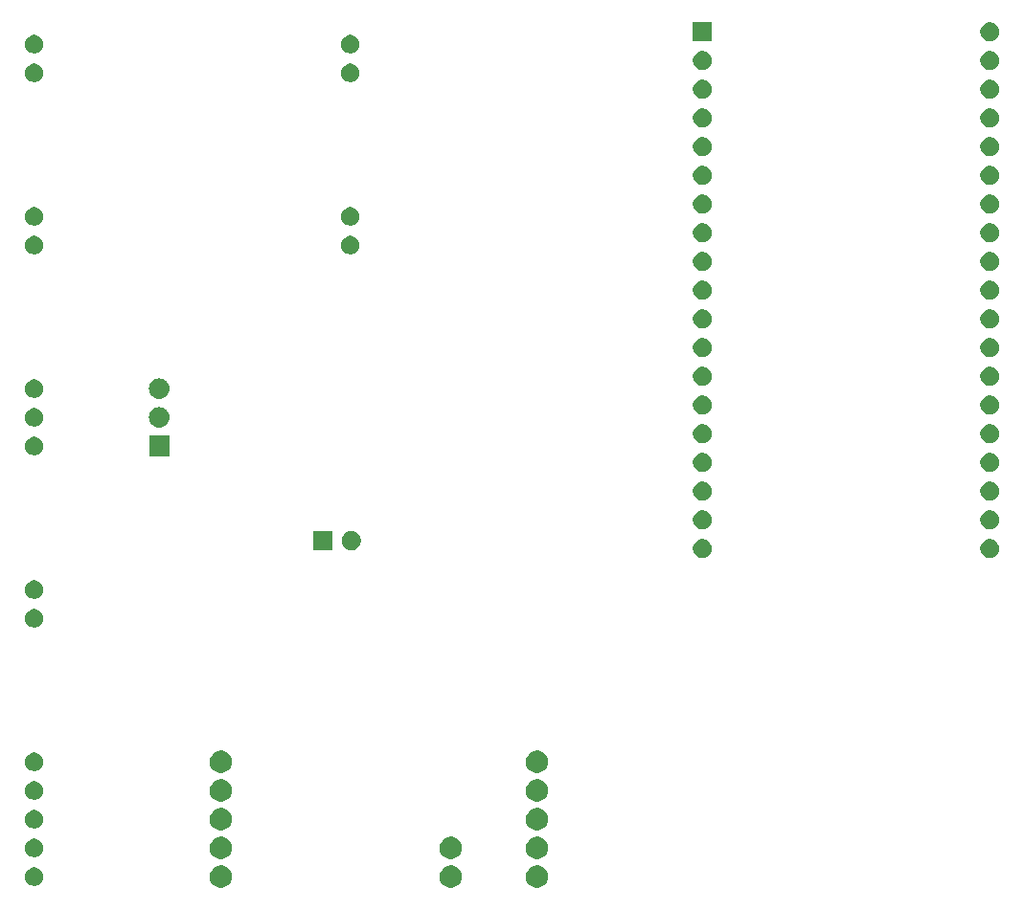
<source format=gbr>
G04 #@! TF.GenerationSoftware,KiCad,Pcbnew,(5.1.4)-1*
G04 #@! TF.CreationDate,2020-12-10T13:14:28-06:00*
G04 #@! TF.ProjectId,InstrumentationBoard2021,496e7374-7275-46d6-956e-746174696f6e,rev?*
G04 #@! TF.SameCoordinates,Original*
G04 #@! TF.FileFunction,Soldermask,Bot*
G04 #@! TF.FilePolarity,Negative*
%FSLAX46Y46*%
G04 Gerber Fmt 4.6, Leading zero omitted, Abs format (unit mm)*
G04 Created by KiCad (PCBNEW (5.1.4)-1) date 2020-12-10 13:14:28*
%MOMM*%
%LPD*%
G04 APERTURE LIST*
%ADD10C,0.100000*%
G04 APERTURE END LIST*
D10*
G36*
X134909003Y-137477275D02*
G01*
X134909005Y-137477276D01*
X134909006Y-137477276D01*
X135089320Y-137551964D01*
X135251598Y-137660395D01*
X135389605Y-137798402D01*
X135498036Y-137960680D01*
X135572724Y-138140994D01*
X135572725Y-138140997D01*
X135610800Y-138332413D01*
X135610800Y-138527587D01*
X135583041Y-138667143D01*
X135572724Y-138719006D01*
X135498036Y-138899320D01*
X135389605Y-139061598D01*
X135251598Y-139199605D01*
X135089320Y-139308036D01*
X134909006Y-139382724D01*
X134909005Y-139382724D01*
X134909003Y-139382725D01*
X134717587Y-139420800D01*
X134522413Y-139420800D01*
X134330997Y-139382725D01*
X134330995Y-139382724D01*
X134330994Y-139382724D01*
X134150680Y-139308036D01*
X133988402Y-139199605D01*
X133850395Y-139061598D01*
X133741964Y-138899320D01*
X133667276Y-138719006D01*
X133656960Y-138667143D01*
X133629200Y-138527587D01*
X133629200Y-138332413D01*
X133667275Y-138140997D01*
X133667276Y-138140994D01*
X133741964Y-137960680D01*
X133850395Y-137798402D01*
X133988402Y-137660395D01*
X134150680Y-137551964D01*
X134330994Y-137477276D01*
X134330995Y-137477276D01*
X134330997Y-137477275D01*
X134522413Y-137439200D01*
X134717587Y-137439200D01*
X134909003Y-137477275D01*
X134909003Y-137477275D01*
G37*
G36*
X127289003Y-137477275D02*
G01*
X127289005Y-137477276D01*
X127289006Y-137477276D01*
X127469320Y-137551964D01*
X127631598Y-137660395D01*
X127769605Y-137798402D01*
X127878036Y-137960680D01*
X127952724Y-138140994D01*
X127952725Y-138140997D01*
X127990800Y-138332413D01*
X127990800Y-138527587D01*
X127963041Y-138667143D01*
X127952724Y-138719006D01*
X127878036Y-138899320D01*
X127769605Y-139061598D01*
X127631598Y-139199605D01*
X127469320Y-139308036D01*
X127289006Y-139382724D01*
X127289005Y-139382724D01*
X127289003Y-139382725D01*
X127097587Y-139420800D01*
X126902413Y-139420800D01*
X126710997Y-139382725D01*
X126710995Y-139382724D01*
X126710994Y-139382724D01*
X126530680Y-139308036D01*
X126368402Y-139199605D01*
X126230395Y-139061598D01*
X126121964Y-138899320D01*
X126047276Y-138719006D01*
X126036960Y-138667143D01*
X126009200Y-138527587D01*
X126009200Y-138332413D01*
X126047275Y-138140997D01*
X126047276Y-138140994D01*
X126121964Y-137960680D01*
X126230395Y-137798402D01*
X126368402Y-137660395D01*
X126530680Y-137551964D01*
X126710994Y-137477276D01*
X126710995Y-137477276D01*
X126710997Y-137477275D01*
X126902413Y-137439200D01*
X127097587Y-137439200D01*
X127289003Y-137477275D01*
X127289003Y-137477275D01*
G37*
G36*
X106969003Y-137477275D02*
G01*
X106969005Y-137477276D01*
X106969006Y-137477276D01*
X107149320Y-137551964D01*
X107311598Y-137660395D01*
X107449605Y-137798402D01*
X107558036Y-137960680D01*
X107632724Y-138140994D01*
X107632725Y-138140997D01*
X107670800Y-138332413D01*
X107670800Y-138527587D01*
X107643041Y-138667143D01*
X107632724Y-138719006D01*
X107558036Y-138899320D01*
X107449605Y-139061598D01*
X107311598Y-139199605D01*
X107149320Y-139308036D01*
X106969006Y-139382724D01*
X106969005Y-139382724D01*
X106969003Y-139382725D01*
X106777587Y-139420800D01*
X106582413Y-139420800D01*
X106390997Y-139382725D01*
X106390995Y-139382724D01*
X106390994Y-139382724D01*
X106210680Y-139308036D01*
X106048402Y-139199605D01*
X105910395Y-139061598D01*
X105801964Y-138899320D01*
X105727276Y-138719006D01*
X105716960Y-138667143D01*
X105689200Y-138527587D01*
X105689200Y-138332413D01*
X105727275Y-138140997D01*
X105727276Y-138140994D01*
X105801964Y-137960680D01*
X105910395Y-137798402D01*
X106048402Y-137660395D01*
X106210680Y-137551964D01*
X106390994Y-137477276D01*
X106390995Y-137477276D01*
X106390997Y-137477275D01*
X106582413Y-137439200D01*
X106777587Y-137439200D01*
X106969003Y-137477275D01*
X106969003Y-137477275D01*
G37*
G36*
X90407142Y-137648242D02*
G01*
X90555101Y-137709529D01*
X90688255Y-137798499D01*
X90801501Y-137911745D01*
X90890471Y-138044899D01*
X90951758Y-138192858D01*
X90983000Y-138349925D01*
X90983000Y-138510075D01*
X90951758Y-138667142D01*
X90890471Y-138815101D01*
X90801501Y-138948255D01*
X90688255Y-139061501D01*
X90555101Y-139150471D01*
X90407142Y-139211758D01*
X90250075Y-139243000D01*
X90089925Y-139243000D01*
X89932858Y-139211758D01*
X89784899Y-139150471D01*
X89651745Y-139061501D01*
X89538499Y-138948255D01*
X89449529Y-138815101D01*
X89388242Y-138667142D01*
X89357000Y-138510075D01*
X89357000Y-138349925D01*
X89388242Y-138192858D01*
X89449529Y-138044899D01*
X89538499Y-137911745D01*
X89651745Y-137798499D01*
X89784899Y-137709529D01*
X89932858Y-137648242D01*
X90089925Y-137617000D01*
X90250075Y-137617000D01*
X90407142Y-137648242D01*
X90407142Y-137648242D01*
G37*
G36*
X106969003Y-134937275D02*
G01*
X106969005Y-134937276D01*
X106969006Y-134937276D01*
X107149320Y-135011964D01*
X107311598Y-135120395D01*
X107449605Y-135258402D01*
X107558036Y-135420680D01*
X107632724Y-135600994D01*
X107632725Y-135600997D01*
X107670800Y-135792413D01*
X107670800Y-135987587D01*
X107643041Y-136127143D01*
X107632724Y-136179006D01*
X107558036Y-136359320D01*
X107449605Y-136521598D01*
X107311598Y-136659605D01*
X107149320Y-136768036D01*
X106969006Y-136842724D01*
X106969005Y-136842724D01*
X106969003Y-136842725D01*
X106777587Y-136880800D01*
X106582413Y-136880800D01*
X106390997Y-136842725D01*
X106390995Y-136842724D01*
X106390994Y-136842724D01*
X106210680Y-136768036D01*
X106048402Y-136659605D01*
X105910395Y-136521598D01*
X105801964Y-136359320D01*
X105727276Y-136179006D01*
X105716960Y-136127143D01*
X105689200Y-135987587D01*
X105689200Y-135792413D01*
X105727275Y-135600997D01*
X105727276Y-135600994D01*
X105801964Y-135420680D01*
X105910395Y-135258402D01*
X106048402Y-135120395D01*
X106210680Y-135011964D01*
X106390994Y-134937276D01*
X106390995Y-134937276D01*
X106390997Y-134937275D01*
X106582413Y-134899200D01*
X106777587Y-134899200D01*
X106969003Y-134937275D01*
X106969003Y-134937275D01*
G37*
G36*
X127289003Y-134937275D02*
G01*
X127289005Y-134937276D01*
X127289006Y-134937276D01*
X127469320Y-135011964D01*
X127631598Y-135120395D01*
X127769605Y-135258402D01*
X127878036Y-135420680D01*
X127952724Y-135600994D01*
X127952725Y-135600997D01*
X127990800Y-135792413D01*
X127990800Y-135987587D01*
X127963041Y-136127143D01*
X127952724Y-136179006D01*
X127878036Y-136359320D01*
X127769605Y-136521598D01*
X127631598Y-136659605D01*
X127469320Y-136768036D01*
X127289006Y-136842724D01*
X127289005Y-136842724D01*
X127289003Y-136842725D01*
X127097587Y-136880800D01*
X126902413Y-136880800D01*
X126710997Y-136842725D01*
X126710995Y-136842724D01*
X126710994Y-136842724D01*
X126530680Y-136768036D01*
X126368402Y-136659605D01*
X126230395Y-136521598D01*
X126121964Y-136359320D01*
X126047276Y-136179006D01*
X126036960Y-136127143D01*
X126009200Y-135987587D01*
X126009200Y-135792413D01*
X126047275Y-135600997D01*
X126047276Y-135600994D01*
X126121964Y-135420680D01*
X126230395Y-135258402D01*
X126368402Y-135120395D01*
X126530680Y-135011964D01*
X126710994Y-134937276D01*
X126710995Y-134937276D01*
X126710997Y-134937275D01*
X126902413Y-134899200D01*
X127097587Y-134899200D01*
X127289003Y-134937275D01*
X127289003Y-134937275D01*
G37*
G36*
X134909003Y-134937275D02*
G01*
X134909005Y-134937276D01*
X134909006Y-134937276D01*
X135089320Y-135011964D01*
X135251598Y-135120395D01*
X135389605Y-135258402D01*
X135498036Y-135420680D01*
X135572724Y-135600994D01*
X135572725Y-135600997D01*
X135610800Y-135792413D01*
X135610800Y-135987587D01*
X135583041Y-136127143D01*
X135572724Y-136179006D01*
X135498036Y-136359320D01*
X135389605Y-136521598D01*
X135251598Y-136659605D01*
X135089320Y-136768036D01*
X134909006Y-136842724D01*
X134909005Y-136842724D01*
X134909003Y-136842725D01*
X134717587Y-136880800D01*
X134522413Y-136880800D01*
X134330997Y-136842725D01*
X134330995Y-136842724D01*
X134330994Y-136842724D01*
X134150680Y-136768036D01*
X133988402Y-136659605D01*
X133850395Y-136521598D01*
X133741964Y-136359320D01*
X133667276Y-136179006D01*
X133656960Y-136127143D01*
X133629200Y-135987587D01*
X133629200Y-135792413D01*
X133667275Y-135600997D01*
X133667276Y-135600994D01*
X133741964Y-135420680D01*
X133850395Y-135258402D01*
X133988402Y-135120395D01*
X134150680Y-135011964D01*
X134330994Y-134937276D01*
X134330995Y-134937276D01*
X134330997Y-134937275D01*
X134522413Y-134899200D01*
X134717587Y-134899200D01*
X134909003Y-134937275D01*
X134909003Y-134937275D01*
G37*
G36*
X90407142Y-135108242D02*
G01*
X90555101Y-135169529D01*
X90688255Y-135258499D01*
X90801501Y-135371745D01*
X90890471Y-135504899D01*
X90951758Y-135652858D01*
X90983000Y-135809925D01*
X90983000Y-135970075D01*
X90951758Y-136127142D01*
X90890471Y-136275101D01*
X90801501Y-136408255D01*
X90688255Y-136521501D01*
X90555101Y-136610471D01*
X90407142Y-136671758D01*
X90250075Y-136703000D01*
X90089925Y-136703000D01*
X89932858Y-136671758D01*
X89784899Y-136610471D01*
X89651745Y-136521501D01*
X89538499Y-136408255D01*
X89449529Y-136275101D01*
X89388242Y-136127142D01*
X89357000Y-135970075D01*
X89357000Y-135809925D01*
X89388242Y-135652858D01*
X89449529Y-135504899D01*
X89538499Y-135371745D01*
X89651745Y-135258499D01*
X89784899Y-135169529D01*
X89932858Y-135108242D01*
X90089925Y-135077000D01*
X90250075Y-135077000D01*
X90407142Y-135108242D01*
X90407142Y-135108242D01*
G37*
G36*
X134909003Y-132397275D02*
G01*
X134909005Y-132397276D01*
X134909006Y-132397276D01*
X135089320Y-132471964D01*
X135251598Y-132580395D01*
X135389605Y-132718402D01*
X135498036Y-132880680D01*
X135572724Y-133060994D01*
X135572725Y-133060997D01*
X135610800Y-133252413D01*
X135610800Y-133447587D01*
X135583041Y-133587143D01*
X135572724Y-133639006D01*
X135498036Y-133819320D01*
X135389605Y-133981598D01*
X135251598Y-134119605D01*
X135089320Y-134228036D01*
X134909006Y-134302724D01*
X134909005Y-134302724D01*
X134909003Y-134302725D01*
X134717587Y-134340800D01*
X134522413Y-134340800D01*
X134330997Y-134302725D01*
X134330995Y-134302724D01*
X134330994Y-134302724D01*
X134150680Y-134228036D01*
X133988402Y-134119605D01*
X133850395Y-133981598D01*
X133741964Y-133819320D01*
X133667276Y-133639006D01*
X133656960Y-133587143D01*
X133629200Y-133447587D01*
X133629200Y-133252413D01*
X133667275Y-133060997D01*
X133667276Y-133060994D01*
X133741964Y-132880680D01*
X133850395Y-132718402D01*
X133988402Y-132580395D01*
X134150680Y-132471964D01*
X134330994Y-132397276D01*
X134330995Y-132397276D01*
X134330997Y-132397275D01*
X134522413Y-132359200D01*
X134717587Y-132359200D01*
X134909003Y-132397275D01*
X134909003Y-132397275D01*
G37*
G36*
X106969003Y-132397275D02*
G01*
X106969005Y-132397276D01*
X106969006Y-132397276D01*
X107149320Y-132471964D01*
X107311598Y-132580395D01*
X107449605Y-132718402D01*
X107558036Y-132880680D01*
X107632724Y-133060994D01*
X107632725Y-133060997D01*
X107670800Y-133252413D01*
X107670800Y-133447587D01*
X107643041Y-133587143D01*
X107632724Y-133639006D01*
X107558036Y-133819320D01*
X107449605Y-133981598D01*
X107311598Y-134119605D01*
X107149320Y-134228036D01*
X106969006Y-134302724D01*
X106969005Y-134302724D01*
X106969003Y-134302725D01*
X106777587Y-134340800D01*
X106582413Y-134340800D01*
X106390997Y-134302725D01*
X106390995Y-134302724D01*
X106390994Y-134302724D01*
X106210680Y-134228036D01*
X106048402Y-134119605D01*
X105910395Y-133981598D01*
X105801964Y-133819320D01*
X105727276Y-133639006D01*
X105716960Y-133587143D01*
X105689200Y-133447587D01*
X105689200Y-133252413D01*
X105727275Y-133060997D01*
X105727276Y-133060994D01*
X105801964Y-132880680D01*
X105910395Y-132718402D01*
X106048402Y-132580395D01*
X106210680Y-132471964D01*
X106390994Y-132397276D01*
X106390995Y-132397276D01*
X106390997Y-132397275D01*
X106582413Y-132359200D01*
X106777587Y-132359200D01*
X106969003Y-132397275D01*
X106969003Y-132397275D01*
G37*
G36*
X90407142Y-132568242D02*
G01*
X90555101Y-132629529D01*
X90688255Y-132718499D01*
X90801501Y-132831745D01*
X90890471Y-132964899D01*
X90951758Y-133112858D01*
X90983000Y-133269925D01*
X90983000Y-133430075D01*
X90951758Y-133587142D01*
X90890471Y-133735101D01*
X90801501Y-133868255D01*
X90688255Y-133981501D01*
X90555101Y-134070471D01*
X90407142Y-134131758D01*
X90250075Y-134163000D01*
X90089925Y-134163000D01*
X89932858Y-134131758D01*
X89784899Y-134070471D01*
X89651745Y-133981501D01*
X89538499Y-133868255D01*
X89449529Y-133735101D01*
X89388242Y-133587142D01*
X89357000Y-133430075D01*
X89357000Y-133269925D01*
X89388242Y-133112858D01*
X89449529Y-132964899D01*
X89538499Y-132831745D01*
X89651745Y-132718499D01*
X89784899Y-132629529D01*
X89932858Y-132568242D01*
X90089925Y-132537000D01*
X90250075Y-132537000D01*
X90407142Y-132568242D01*
X90407142Y-132568242D01*
G37*
G36*
X134909003Y-129857275D02*
G01*
X134909005Y-129857276D01*
X134909006Y-129857276D01*
X135089320Y-129931964D01*
X135251598Y-130040395D01*
X135389605Y-130178402D01*
X135498036Y-130340680D01*
X135572724Y-130520994D01*
X135572725Y-130520997D01*
X135610800Y-130712413D01*
X135610800Y-130907587D01*
X135583041Y-131047143D01*
X135572724Y-131099006D01*
X135498036Y-131279320D01*
X135389605Y-131441598D01*
X135251598Y-131579605D01*
X135089320Y-131688036D01*
X134909006Y-131762724D01*
X134909005Y-131762724D01*
X134909003Y-131762725D01*
X134717587Y-131800800D01*
X134522413Y-131800800D01*
X134330997Y-131762725D01*
X134330995Y-131762724D01*
X134330994Y-131762724D01*
X134150680Y-131688036D01*
X133988402Y-131579605D01*
X133850395Y-131441598D01*
X133741964Y-131279320D01*
X133667276Y-131099006D01*
X133656960Y-131047143D01*
X133629200Y-130907587D01*
X133629200Y-130712413D01*
X133667275Y-130520997D01*
X133667276Y-130520994D01*
X133741964Y-130340680D01*
X133850395Y-130178402D01*
X133988402Y-130040395D01*
X134150680Y-129931964D01*
X134330994Y-129857276D01*
X134330995Y-129857276D01*
X134330997Y-129857275D01*
X134522413Y-129819200D01*
X134717587Y-129819200D01*
X134909003Y-129857275D01*
X134909003Y-129857275D01*
G37*
G36*
X106969003Y-129857275D02*
G01*
X106969005Y-129857276D01*
X106969006Y-129857276D01*
X107149320Y-129931964D01*
X107311598Y-130040395D01*
X107449605Y-130178402D01*
X107558036Y-130340680D01*
X107632724Y-130520994D01*
X107632725Y-130520997D01*
X107670800Y-130712413D01*
X107670800Y-130907587D01*
X107643041Y-131047143D01*
X107632724Y-131099006D01*
X107558036Y-131279320D01*
X107449605Y-131441598D01*
X107311598Y-131579605D01*
X107149320Y-131688036D01*
X106969006Y-131762724D01*
X106969005Y-131762724D01*
X106969003Y-131762725D01*
X106777587Y-131800800D01*
X106582413Y-131800800D01*
X106390997Y-131762725D01*
X106390995Y-131762724D01*
X106390994Y-131762724D01*
X106210680Y-131688036D01*
X106048402Y-131579605D01*
X105910395Y-131441598D01*
X105801964Y-131279320D01*
X105727276Y-131099006D01*
X105716960Y-131047143D01*
X105689200Y-130907587D01*
X105689200Y-130712413D01*
X105727275Y-130520997D01*
X105727276Y-130520994D01*
X105801964Y-130340680D01*
X105910395Y-130178402D01*
X106048402Y-130040395D01*
X106210680Y-129931964D01*
X106390994Y-129857276D01*
X106390995Y-129857276D01*
X106390997Y-129857275D01*
X106582413Y-129819200D01*
X106777587Y-129819200D01*
X106969003Y-129857275D01*
X106969003Y-129857275D01*
G37*
G36*
X90407142Y-130028242D02*
G01*
X90555101Y-130089529D01*
X90688255Y-130178499D01*
X90801501Y-130291745D01*
X90890471Y-130424899D01*
X90951758Y-130572858D01*
X90983000Y-130729925D01*
X90983000Y-130890075D01*
X90951758Y-131047142D01*
X90890471Y-131195101D01*
X90801501Y-131328255D01*
X90688255Y-131441501D01*
X90555101Y-131530471D01*
X90407142Y-131591758D01*
X90250075Y-131623000D01*
X90089925Y-131623000D01*
X89932858Y-131591758D01*
X89784899Y-131530471D01*
X89651745Y-131441501D01*
X89538499Y-131328255D01*
X89449529Y-131195101D01*
X89388242Y-131047142D01*
X89357000Y-130890075D01*
X89357000Y-130729925D01*
X89388242Y-130572858D01*
X89449529Y-130424899D01*
X89538499Y-130291745D01*
X89651745Y-130178499D01*
X89784899Y-130089529D01*
X89932858Y-130028242D01*
X90089925Y-129997000D01*
X90250075Y-129997000D01*
X90407142Y-130028242D01*
X90407142Y-130028242D01*
G37*
G36*
X134909003Y-127317275D02*
G01*
X134909005Y-127317276D01*
X134909006Y-127317276D01*
X135089320Y-127391964D01*
X135251598Y-127500395D01*
X135389605Y-127638402D01*
X135498036Y-127800680D01*
X135572724Y-127980994D01*
X135572725Y-127980997D01*
X135610800Y-128172413D01*
X135610800Y-128367587D01*
X135583041Y-128507143D01*
X135572724Y-128559006D01*
X135498036Y-128739320D01*
X135389605Y-128901598D01*
X135251598Y-129039605D01*
X135089320Y-129148036D01*
X134909006Y-129222724D01*
X134909005Y-129222724D01*
X134909003Y-129222725D01*
X134717587Y-129260800D01*
X134522413Y-129260800D01*
X134330997Y-129222725D01*
X134330995Y-129222724D01*
X134330994Y-129222724D01*
X134150680Y-129148036D01*
X133988402Y-129039605D01*
X133850395Y-128901598D01*
X133741964Y-128739320D01*
X133667276Y-128559006D01*
X133656960Y-128507143D01*
X133629200Y-128367587D01*
X133629200Y-128172413D01*
X133667275Y-127980997D01*
X133667276Y-127980994D01*
X133741964Y-127800680D01*
X133850395Y-127638402D01*
X133988402Y-127500395D01*
X134150680Y-127391964D01*
X134330994Y-127317276D01*
X134330995Y-127317276D01*
X134330997Y-127317275D01*
X134522413Y-127279200D01*
X134717587Y-127279200D01*
X134909003Y-127317275D01*
X134909003Y-127317275D01*
G37*
G36*
X106969003Y-127317275D02*
G01*
X106969005Y-127317276D01*
X106969006Y-127317276D01*
X107149320Y-127391964D01*
X107311598Y-127500395D01*
X107449605Y-127638402D01*
X107558036Y-127800680D01*
X107632724Y-127980994D01*
X107632725Y-127980997D01*
X107670800Y-128172413D01*
X107670800Y-128367587D01*
X107643041Y-128507143D01*
X107632724Y-128559006D01*
X107558036Y-128739320D01*
X107449605Y-128901598D01*
X107311598Y-129039605D01*
X107149320Y-129148036D01*
X106969006Y-129222724D01*
X106969005Y-129222724D01*
X106969003Y-129222725D01*
X106777587Y-129260800D01*
X106582413Y-129260800D01*
X106390997Y-129222725D01*
X106390995Y-129222724D01*
X106390994Y-129222724D01*
X106210680Y-129148036D01*
X106048402Y-129039605D01*
X105910395Y-128901598D01*
X105801964Y-128739320D01*
X105727276Y-128559006D01*
X105716960Y-128507143D01*
X105689200Y-128367587D01*
X105689200Y-128172413D01*
X105727275Y-127980997D01*
X105727276Y-127980994D01*
X105801964Y-127800680D01*
X105910395Y-127638402D01*
X106048402Y-127500395D01*
X106210680Y-127391964D01*
X106390994Y-127317276D01*
X106390995Y-127317276D01*
X106390997Y-127317275D01*
X106582413Y-127279200D01*
X106777587Y-127279200D01*
X106969003Y-127317275D01*
X106969003Y-127317275D01*
G37*
G36*
X90407142Y-127488242D02*
G01*
X90555101Y-127549529D01*
X90688255Y-127638499D01*
X90801501Y-127751745D01*
X90890471Y-127884899D01*
X90951758Y-128032858D01*
X90983000Y-128189925D01*
X90983000Y-128350075D01*
X90951758Y-128507142D01*
X90890471Y-128655101D01*
X90801501Y-128788255D01*
X90688255Y-128901501D01*
X90555101Y-128990471D01*
X90407142Y-129051758D01*
X90250075Y-129083000D01*
X90089925Y-129083000D01*
X89932858Y-129051758D01*
X89784899Y-128990471D01*
X89651745Y-128901501D01*
X89538499Y-128788255D01*
X89449529Y-128655101D01*
X89388242Y-128507142D01*
X89357000Y-128350075D01*
X89357000Y-128189925D01*
X89388242Y-128032858D01*
X89449529Y-127884899D01*
X89538499Y-127751745D01*
X89651745Y-127638499D01*
X89784899Y-127549529D01*
X89932858Y-127488242D01*
X90089925Y-127457000D01*
X90250075Y-127457000D01*
X90407142Y-127488242D01*
X90407142Y-127488242D01*
G37*
G36*
X90407142Y-114788242D02*
G01*
X90555101Y-114849529D01*
X90688255Y-114938499D01*
X90801501Y-115051745D01*
X90890471Y-115184899D01*
X90951758Y-115332858D01*
X90983000Y-115489925D01*
X90983000Y-115650075D01*
X90951758Y-115807142D01*
X90890471Y-115955101D01*
X90801501Y-116088255D01*
X90688255Y-116201501D01*
X90555101Y-116290471D01*
X90407142Y-116351758D01*
X90250075Y-116383000D01*
X90089925Y-116383000D01*
X89932858Y-116351758D01*
X89784899Y-116290471D01*
X89651745Y-116201501D01*
X89538499Y-116088255D01*
X89449529Y-115955101D01*
X89388242Y-115807142D01*
X89357000Y-115650075D01*
X89357000Y-115489925D01*
X89388242Y-115332858D01*
X89449529Y-115184899D01*
X89538499Y-115051745D01*
X89651745Y-114938499D01*
X89784899Y-114849529D01*
X89932858Y-114788242D01*
X90089925Y-114757000D01*
X90250075Y-114757000D01*
X90407142Y-114788242D01*
X90407142Y-114788242D01*
G37*
G36*
X90407142Y-112248242D02*
G01*
X90555101Y-112309529D01*
X90688255Y-112398499D01*
X90801501Y-112511745D01*
X90890471Y-112644899D01*
X90951758Y-112792858D01*
X90983000Y-112949925D01*
X90983000Y-113110075D01*
X90951758Y-113267142D01*
X90890471Y-113415101D01*
X90801501Y-113548255D01*
X90688255Y-113661501D01*
X90555101Y-113750471D01*
X90407142Y-113811758D01*
X90250075Y-113843000D01*
X90089925Y-113843000D01*
X89932858Y-113811758D01*
X89784899Y-113750471D01*
X89651745Y-113661501D01*
X89538499Y-113548255D01*
X89449529Y-113415101D01*
X89388242Y-113267142D01*
X89357000Y-113110075D01*
X89357000Y-112949925D01*
X89388242Y-112792858D01*
X89449529Y-112644899D01*
X89538499Y-112511745D01*
X89651745Y-112398499D01*
X89784899Y-112309529D01*
X89932858Y-112248242D01*
X90089925Y-112217000D01*
X90250075Y-112217000D01*
X90407142Y-112248242D01*
X90407142Y-112248242D01*
G37*
G36*
X149467394Y-108599934D02*
G01*
X149618624Y-108662576D01*
X149618626Y-108662577D01*
X149754732Y-108753520D01*
X149870480Y-108869268D01*
X149931257Y-108960228D01*
X149961424Y-109005376D01*
X150024066Y-109156606D01*
X150056000Y-109317152D01*
X150056000Y-109480848D01*
X150024066Y-109641394D01*
X149961424Y-109792624D01*
X149961423Y-109792626D01*
X149870480Y-109928732D01*
X149754732Y-110044480D01*
X149618626Y-110135423D01*
X149618625Y-110135424D01*
X149618624Y-110135424D01*
X149467394Y-110198066D01*
X149306848Y-110230000D01*
X149143152Y-110230000D01*
X148982606Y-110198066D01*
X148831376Y-110135424D01*
X148831375Y-110135424D01*
X148831374Y-110135423D01*
X148695268Y-110044480D01*
X148579520Y-109928732D01*
X148488577Y-109792626D01*
X148488576Y-109792624D01*
X148425934Y-109641394D01*
X148394000Y-109480848D01*
X148394000Y-109317152D01*
X148425934Y-109156606D01*
X148488576Y-109005376D01*
X148518743Y-108960228D01*
X148579520Y-108869268D01*
X148695268Y-108753520D01*
X148831374Y-108662577D01*
X148831376Y-108662576D01*
X148982606Y-108599934D01*
X149143152Y-108568000D01*
X149306848Y-108568000D01*
X149467394Y-108599934D01*
X149467394Y-108599934D01*
G37*
G36*
X174867394Y-108599934D02*
G01*
X175018624Y-108662576D01*
X175018626Y-108662577D01*
X175154732Y-108753520D01*
X175270480Y-108869268D01*
X175331257Y-108960228D01*
X175361424Y-109005376D01*
X175424066Y-109156606D01*
X175456000Y-109317152D01*
X175456000Y-109480848D01*
X175424066Y-109641394D01*
X175361424Y-109792624D01*
X175361423Y-109792626D01*
X175270480Y-109928732D01*
X175154732Y-110044480D01*
X175018626Y-110135423D01*
X175018625Y-110135424D01*
X175018624Y-110135424D01*
X174867394Y-110198066D01*
X174706848Y-110230000D01*
X174543152Y-110230000D01*
X174382606Y-110198066D01*
X174231376Y-110135424D01*
X174231375Y-110135424D01*
X174231374Y-110135423D01*
X174095268Y-110044480D01*
X173979520Y-109928732D01*
X173888577Y-109792626D01*
X173888576Y-109792624D01*
X173825934Y-109641394D01*
X173794000Y-109480848D01*
X173794000Y-109317152D01*
X173825934Y-109156606D01*
X173888576Y-109005376D01*
X173918743Y-108960228D01*
X173979520Y-108869268D01*
X174095268Y-108753520D01*
X174231374Y-108662577D01*
X174231376Y-108662576D01*
X174382606Y-108599934D01*
X174543152Y-108568000D01*
X174706848Y-108568000D01*
X174867394Y-108599934D01*
X174867394Y-108599934D01*
G37*
G36*
X116548000Y-109563000D02*
G01*
X114846000Y-109563000D01*
X114846000Y-107861000D01*
X116548000Y-107861000D01*
X116548000Y-109563000D01*
X116548000Y-109563000D01*
G37*
G36*
X118445228Y-107893703D02*
G01*
X118600100Y-107957853D01*
X118739481Y-108050985D01*
X118858015Y-108169519D01*
X118951147Y-108308900D01*
X119015297Y-108463772D01*
X119048000Y-108628184D01*
X119048000Y-108795816D01*
X119015297Y-108960228D01*
X118951147Y-109115100D01*
X118858015Y-109254481D01*
X118739481Y-109373015D01*
X118600100Y-109466147D01*
X118445228Y-109530297D01*
X118280816Y-109563000D01*
X118113184Y-109563000D01*
X117948772Y-109530297D01*
X117793900Y-109466147D01*
X117654519Y-109373015D01*
X117535985Y-109254481D01*
X117442853Y-109115100D01*
X117378703Y-108960228D01*
X117346000Y-108795816D01*
X117346000Y-108628184D01*
X117378703Y-108463772D01*
X117442853Y-108308900D01*
X117535985Y-108169519D01*
X117654519Y-108050985D01*
X117793900Y-107957853D01*
X117948772Y-107893703D01*
X118113184Y-107861000D01*
X118280816Y-107861000D01*
X118445228Y-107893703D01*
X118445228Y-107893703D01*
G37*
G36*
X174867394Y-106059934D02*
G01*
X175018624Y-106122576D01*
X175018626Y-106122577D01*
X175154732Y-106213520D01*
X175270480Y-106329268D01*
X175361423Y-106465374D01*
X175361424Y-106465376D01*
X175424066Y-106616606D01*
X175456000Y-106777152D01*
X175456000Y-106940848D01*
X175424066Y-107101394D01*
X175361424Y-107252624D01*
X175361423Y-107252626D01*
X175270480Y-107388732D01*
X175154732Y-107504480D01*
X175018626Y-107595423D01*
X175018625Y-107595424D01*
X175018624Y-107595424D01*
X174867394Y-107658066D01*
X174706848Y-107690000D01*
X174543152Y-107690000D01*
X174382606Y-107658066D01*
X174231376Y-107595424D01*
X174231375Y-107595424D01*
X174231374Y-107595423D01*
X174095268Y-107504480D01*
X173979520Y-107388732D01*
X173888577Y-107252626D01*
X173888576Y-107252624D01*
X173825934Y-107101394D01*
X173794000Y-106940848D01*
X173794000Y-106777152D01*
X173825934Y-106616606D01*
X173888576Y-106465376D01*
X173888577Y-106465374D01*
X173979520Y-106329268D01*
X174095268Y-106213520D01*
X174231374Y-106122577D01*
X174231376Y-106122576D01*
X174382606Y-106059934D01*
X174543152Y-106028000D01*
X174706848Y-106028000D01*
X174867394Y-106059934D01*
X174867394Y-106059934D01*
G37*
G36*
X149467394Y-106059934D02*
G01*
X149618624Y-106122576D01*
X149618626Y-106122577D01*
X149754732Y-106213520D01*
X149870480Y-106329268D01*
X149961423Y-106465374D01*
X149961424Y-106465376D01*
X150024066Y-106616606D01*
X150056000Y-106777152D01*
X150056000Y-106940848D01*
X150024066Y-107101394D01*
X149961424Y-107252624D01*
X149961423Y-107252626D01*
X149870480Y-107388732D01*
X149754732Y-107504480D01*
X149618626Y-107595423D01*
X149618625Y-107595424D01*
X149618624Y-107595424D01*
X149467394Y-107658066D01*
X149306848Y-107690000D01*
X149143152Y-107690000D01*
X148982606Y-107658066D01*
X148831376Y-107595424D01*
X148831375Y-107595424D01*
X148831374Y-107595423D01*
X148695268Y-107504480D01*
X148579520Y-107388732D01*
X148488577Y-107252626D01*
X148488576Y-107252624D01*
X148425934Y-107101394D01*
X148394000Y-106940848D01*
X148394000Y-106777152D01*
X148425934Y-106616606D01*
X148488576Y-106465376D01*
X148488577Y-106465374D01*
X148579520Y-106329268D01*
X148695268Y-106213520D01*
X148831374Y-106122577D01*
X148831376Y-106122576D01*
X148982606Y-106059934D01*
X149143152Y-106028000D01*
X149306848Y-106028000D01*
X149467394Y-106059934D01*
X149467394Y-106059934D01*
G37*
G36*
X149467394Y-103519934D02*
G01*
X149618624Y-103582576D01*
X149618626Y-103582577D01*
X149754732Y-103673520D01*
X149870480Y-103789268D01*
X149961423Y-103925374D01*
X149961424Y-103925376D01*
X150024066Y-104076606D01*
X150056000Y-104237152D01*
X150056000Y-104400848D01*
X150024066Y-104561394D01*
X149961424Y-104712624D01*
X149961423Y-104712626D01*
X149870480Y-104848732D01*
X149754732Y-104964480D01*
X149618626Y-105055423D01*
X149618625Y-105055424D01*
X149618624Y-105055424D01*
X149467394Y-105118066D01*
X149306848Y-105150000D01*
X149143152Y-105150000D01*
X148982606Y-105118066D01*
X148831376Y-105055424D01*
X148831375Y-105055424D01*
X148831374Y-105055423D01*
X148695268Y-104964480D01*
X148579520Y-104848732D01*
X148488577Y-104712626D01*
X148488576Y-104712624D01*
X148425934Y-104561394D01*
X148394000Y-104400848D01*
X148394000Y-104237152D01*
X148425934Y-104076606D01*
X148488576Y-103925376D01*
X148488577Y-103925374D01*
X148579520Y-103789268D01*
X148695268Y-103673520D01*
X148831374Y-103582577D01*
X148831376Y-103582576D01*
X148982606Y-103519934D01*
X149143152Y-103488000D01*
X149306848Y-103488000D01*
X149467394Y-103519934D01*
X149467394Y-103519934D01*
G37*
G36*
X174867394Y-103519934D02*
G01*
X175018624Y-103582576D01*
X175018626Y-103582577D01*
X175154732Y-103673520D01*
X175270480Y-103789268D01*
X175361423Y-103925374D01*
X175361424Y-103925376D01*
X175424066Y-104076606D01*
X175456000Y-104237152D01*
X175456000Y-104400848D01*
X175424066Y-104561394D01*
X175361424Y-104712624D01*
X175361423Y-104712626D01*
X175270480Y-104848732D01*
X175154732Y-104964480D01*
X175018626Y-105055423D01*
X175018625Y-105055424D01*
X175018624Y-105055424D01*
X174867394Y-105118066D01*
X174706848Y-105150000D01*
X174543152Y-105150000D01*
X174382606Y-105118066D01*
X174231376Y-105055424D01*
X174231375Y-105055424D01*
X174231374Y-105055423D01*
X174095268Y-104964480D01*
X173979520Y-104848732D01*
X173888577Y-104712626D01*
X173888576Y-104712624D01*
X173825934Y-104561394D01*
X173794000Y-104400848D01*
X173794000Y-104237152D01*
X173825934Y-104076606D01*
X173888576Y-103925376D01*
X173888577Y-103925374D01*
X173979520Y-103789268D01*
X174095268Y-103673520D01*
X174231374Y-103582577D01*
X174231376Y-103582576D01*
X174382606Y-103519934D01*
X174543152Y-103488000D01*
X174706848Y-103488000D01*
X174867394Y-103519934D01*
X174867394Y-103519934D01*
G37*
G36*
X149467394Y-100979934D02*
G01*
X149618624Y-101042576D01*
X149618626Y-101042577D01*
X149754732Y-101133520D01*
X149870480Y-101249268D01*
X149961423Y-101385374D01*
X149961424Y-101385376D01*
X150024066Y-101536606D01*
X150056000Y-101697152D01*
X150056000Y-101860848D01*
X150024066Y-102021394D01*
X149961424Y-102172624D01*
X149961423Y-102172626D01*
X149870480Y-102308732D01*
X149754732Y-102424480D01*
X149618626Y-102515423D01*
X149618625Y-102515424D01*
X149618624Y-102515424D01*
X149467394Y-102578066D01*
X149306848Y-102610000D01*
X149143152Y-102610000D01*
X148982606Y-102578066D01*
X148831376Y-102515424D01*
X148831375Y-102515424D01*
X148831374Y-102515423D01*
X148695268Y-102424480D01*
X148579520Y-102308732D01*
X148488577Y-102172626D01*
X148488576Y-102172624D01*
X148425934Y-102021394D01*
X148394000Y-101860848D01*
X148394000Y-101697152D01*
X148425934Y-101536606D01*
X148488576Y-101385376D01*
X148488577Y-101385374D01*
X148579520Y-101249268D01*
X148695268Y-101133520D01*
X148831374Y-101042577D01*
X148831376Y-101042576D01*
X148982606Y-100979934D01*
X149143152Y-100948000D01*
X149306848Y-100948000D01*
X149467394Y-100979934D01*
X149467394Y-100979934D01*
G37*
G36*
X174867394Y-100979934D02*
G01*
X175018624Y-101042576D01*
X175018626Y-101042577D01*
X175154732Y-101133520D01*
X175270480Y-101249268D01*
X175361423Y-101385374D01*
X175361424Y-101385376D01*
X175424066Y-101536606D01*
X175456000Y-101697152D01*
X175456000Y-101860848D01*
X175424066Y-102021394D01*
X175361424Y-102172624D01*
X175361423Y-102172626D01*
X175270480Y-102308732D01*
X175154732Y-102424480D01*
X175018626Y-102515423D01*
X175018625Y-102515424D01*
X175018624Y-102515424D01*
X174867394Y-102578066D01*
X174706848Y-102610000D01*
X174543152Y-102610000D01*
X174382606Y-102578066D01*
X174231376Y-102515424D01*
X174231375Y-102515424D01*
X174231374Y-102515423D01*
X174095268Y-102424480D01*
X173979520Y-102308732D01*
X173888577Y-102172626D01*
X173888576Y-102172624D01*
X173825934Y-102021394D01*
X173794000Y-101860848D01*
X173794000Y-101697152D01*
X173825934Y-101536606D01*
X173888576Y-101385376D01*
X173888577Y-101385374D01*
X173979520Y-101249268D01*
X174095268Y-101133520D01*
X174231374Y-101042577D01*
X174231376Y-101042576D01*
X174382606Y-100979934D01*
X174543152Y-100948000D01*
X174706848Y-100948000D01*
X174867394Y-100979934D01*
X174867394Y-100979934D01*
G37*
G36*
X102120000Y-101231000D02*
G01*
X100318000Y-101231000D01*
X100318000Y-99429000D01*
X102120000Y-99429000D01*
X102120000Y-101231000D01*
X102120000Y-101231000D01*
G37*
G36*
X90407142Y-99548242D02*
G01*
X90555101Y-99609529D01*
X90688255Y-99698499D01*
X90801501Y-99811745D01*
X90890471Y-99944899D01*
X90951758Y-100092858D01*
X90983000Y-100249925D01*
X90983000Y-100410075D01*
X90951758Y-100567142D01*
X90890471Y-100715101D01*
X90801501Y-100848255D01*
X90688255Y-100961501D01*
X90555101Y-101050471D01*
X90407142Y-101111758D01*
X90250075Y-101143000D01*
X90089925Y-101143000D01*
X89932858Y-101111758D01*
X89784899Y-101050471D01*
X89651745Y-100961501D01*
X89538499Y-100848255D01*
X89449529Y-100715101D01*
X89388242Y-100567142D01*
X89357000Y-100410075D01*
X89357000Y-100249925D01*
X89388242Y-100092858D01*
X89449529Y-99944899D01*
X89538499Y-99811745D01*
X89651745Y-99698499D01*
X89784899Y-99609529D01*
X89932858Y-99548242D01*
X90089925Y-99517000D01*
X90250075Y-99517000D01*
X90407142Y-99548242D01*
X90407142Y-99548242D01*
G37*
G36*
X149467394Y-98439934D02*
G01*
X149618624Y-98502576D01*
X149618626Y-98502577D01*
X149754732Y-98593520D01*
X149870480Y-98709268D01*
X149961423Y-98845374D01*
X149961424Y-98845376D01*
X150024066Y-98996606D01*
X150056000Y-99157152D01*
X150056000Y-99320848D01*
X150024066Y-99481394D01*
X149970990Y-99609529D01*
X149961423Y-99632626D01*
X149870480Y-99768732D01*
X149754732Y-99884480D01*
X149618626Y-99975423D01*
X149618625Y-99975424D01*
X149618624Y-99975424D01*
X149467394Y-100038066D01*
X149306848Y-100070000D01*
X149143152Y-100070000D01*
X148982606Y-100038066D01*
X148831376Y-99975424D01*
X148831375Y-99975424D01*
X148831374Y-99975423D01*
X148695268Y-99884480D01*
X148579520Y-99768732D01*
X148488577Y-99632626D01*
X148479010Y-99609529D01*
X148425934Y-99481394D01*
X148394000Y-99320848D01*
X148394000Y-99157152D01*
X148425934Y-98996606D01*
X148488576Y-98845376D01*
X148488577Y-98845374D01*
X148579520Y-98709268D01*
X148695268Y-98593520D01*
X148831374Y-98502577D01*
X148831376Y-98502576D01*
X148982606Y-98439934D01*
X149143152Y-98408000D01*
X149306848Y-98408000D01*
X149467394Y-98439934D01*
X149467394Y-98439934D01*
G37*
G36*
X174867394Y-98439934D02*
G01*
X175018624Y-98502576D01*
X175018626Y-98502577D01*
X175154732Y-98593520D01*
X175270480Y-98709268D01*
X175361423Y-98845374D01*
X175361424Y-98845376D01*
X175424066Y-98996606D01*
X175456000Y-99157152D01*
X175456000Y-99320848D01*
X175424066Y-99481394D01*
X175370990Y-99609529D01*
X175361423Y-99632626D01*
X175270480Y-99768732D01*
X175154732Y-99884480D01*
X175018626Y-99975423D01*
X175018625Y-99975424D01*
X175018624Y-99975424D01*
X174867394Y-100038066D01*
X174706848Y-100070000D01*
X174543152Y-100070000D01*
X174382606Y-100038066D01*
X174231376Y-99975424D01*
X174231375Y-99975424D01*
X174231374Y-99975423D01*
X174095268Y-99884480D01*
X173979520Y-99768732D01*
X173888577Y-99632626D01*
X173879010Y-99609529D01*
X173825934Y-99481394D01*
X173794000Y-99320848D01*
X173794000Y-99157152D01*
X173825934Y-98996606D01*
X173888576Y-98845376D01*
X173888577Y-98845374D01*
X173979520Y-98709268D01*
X174095268Y-98593520D01*
X174231374Y-98502577D01*
X174231376Y-98502576D01*
X174382606Y-98439934D01*
X174543152Y-98408000D01*
X174706848Y-98408000D01*
X174867394Y-98439934D01*
X174867394Y-98439934D01*
G37*
G36*
X101329442Y-96895518D02*
G01*
X101395627Y-96902037D01*
X101565466Y-96953557D01*
X101721991Y-97037222D01*
X101757729Y-97066552D01*
X101859186Y-97149814D01*
X101923951Y-97228732D01*
X101971778Y-97287009D01*
X102055443Y-97443534D01*
X102106963Y-97613373D01*
X102124359Y-97790000D01*
X102106963Y-97966627D01*
X102055443Y-98136466D01*
X101971778Y-98292991D01*
X101959251Y-98308255D01*
X101859186Y-98430186D01*
X101770977Y-98502576D01*
X101721991Y-98542778D01*
X101565466Y-98626443D01*
X101395627Y-98677963D01*
X101329442Y-98684482D01*
X101263260Y-98691000D01*
X101174740Y-98691000D01*
X101108558Y-98684482D01*
X101042373Y-98677963D01*
X100872534Y-98626443D01*
X100716009Y-98542778D01*
X100667023Y-98502576D01*
X100578814Y-98430186D01*
X100478749Y-98308255D01*
X100466222Y-98292991D01*
X100382557Y-98136466D01*
X100331037Y-97966627D01*
X100313641Y-97790000D01*
X100331037Y-97613373D01*
X100382557Y-97443534D01*
X100466222Y-97287009D01*
X100514049Y-97228732D01*
X100578814Y-97149814D01*
X100680271Y-97066552D01*
X100716009Y-97037222D01*
X100872534Y-96953557D01*
X101042373Y-96902037D01*
X101108558Y-96895518D01*
X101174740Y-96889000D01*
X101263260Y-96889000D01*
X101329442Y-96895518D01*
X101329442Y-96895518D01*
G37*
G36*
X90407142Y-97008242D02*
G01*
X90555101Y-97069529D01*
X90688255Y-97158499D01*
X90801501Y-97271745D01*
X90890471Y-97404899D01*
X90951758Y-97552858D01*
X90983000Y-97709925D01*
X90983000Y-97870075D01*
X90951758Y-98027142D01*
X90890471Y-98175101D01*
X90801501Y-98308255D01*
X90688255Y-98421501D01*
X90555101Y-98510471D01*
X90407142Y-98571758D01*
X90250075Y-98603000D01*
X90089925Y-98603000D01*
X89932858Y-98571758D01*
X89784899Y-98510471D01*
X89651745Y-98421501D01*
X89538499Y-98308255D01*
X89449529Y-98175101D01*
X89388242Y-98027142D01*
X89357000Y-97870075D01*
X89357000Y-97709925D01*
X89388242Y-97552858D01*
X89449529Y-97404899D01*
X89538499Y-97271745D01*
X89651745Y-97158499D01*
X89784899Y-97069529D01*
X89932858Y-97008242D01*
X90089925Y-96977000D01*
X90250075Y-96977000D01*
X90407142Y-97008242D01*
X90407142Y-97008242D01*
G37*
G36*
X149467394Y-95899934D02*
G01*
X149618624Y-95962576D01*
X149618626Y-95962577D01*
X149754732Y-96053520D01*
X149870480Y-96169268D01*
X149961423Y-96305374D01*
X149961424Y-96305376D01*
X150024066Y-96456606D01*
X150056000Y-96617152D01*
X150056000Y-96780848D01*
X150024066Y-96941394D01*
X149984372Y-97037222D01*
X149961423Y-97092626D01*
X149870480Y-97228732D01*
X149754732Y-97344480D01*
X149618626Y-97435423D01*
X149618625Y-97435424D01*
X149618624Y-97435424D01*
X149467394Y-97498066D01*
X149306848Y-97530000D01*
X149143152Y-97530000D01*
X148982606Y-97498066D01*
X148831376Y-97435424D01*
X148831375Y-97435424D01*
X148831374Y-97435423D01*
X148695268Y-97344480D01*
X148579520Y-97228732D01*
X148488577Y-97092626D01*
X148465628Y-97037222D01*
X148425934Y-96941394D01*
X148394000Y-96780848D01*
X148394000Y-96617152D01*
X148425934Y-96456606D01*
X148488576Y-96305376D01*
X148488577Y-96305374D01*
X148579520Y-96169268D01*
X148695268Y-96053520D01*
X148831374Y-95962577D01*
X148831376Y-95962576D01*
X148982606Y-95899934D01*
X149143152Y-95868000D01*
X149306848Y-95868000D01*
X149467394Y-95899934D01*
X149467394Y-95899934D01*
G37*
G36*
X174867394Y-95899934D02*
G01*
X175018624Y-95962576D01*
X175018626Y-95962577D01*
X175154732Y-96053520D01*
X175270480Y-96169268D01*
X175361423Y-96305374D01*
X175361424Y-96305376D01*
X175424066Y-96456606D01*
X175456000Y-96617152D01*
X175456000Y-96780848D01*
X175424066Y-96941394D01*
X175384372Y-97037222D01*
X175361423Y-97092626D01*
X175270480Y-97228732D01*
X175154732Y-97344480D01*
X175018626Y-97435423D01*
X175018625Y-97435424D01*
X175018624Y-97435424D01*
X174867394Y-97498066D01*
X174706848Y-97530000D01*
X174543152Y-97530000D01*
X174382606Y-97498066D01*
X174231376Y-97435424D01*
X174231375Y-97435424D01*
X174231374Y-97435423D01*
X174095268Y-97344480D01*
X173979520Y-97228732D01*
X173888577Y-97092626D01*
X173865628Y-97037222D01*
X173825934Y-96941394D01*
X173794000Y-96780848D01*
X173794000Y-96617152D01*
X173825934Y-96456606D01*
X173888576Y-96305376D01*
X173888577Y-96305374D01*
X173979520Y-96169268D01*
X174095268Y-96053520D01*
X174231374Y-95962577D01*
X174231376Y-95962576D01*
X174382606Y-95899934D01*
X174543152Y-95868000D01*
X174706848Y-95868000D01*
X174867394Y-95899934D01*
X174867394Y-95899934D01*
G37*
G36*
X101329442Y-94355518D02*
G01*
X101395627Y-94362037D01*
X101565466Y-94413557D01*
X101721991Y-94497222D01*
X101757729Y-94526552D01*
X101859186Y-94609814D01*
X101923951Y-94688732D01*
X101971778Y-94747009D01*
X102055443Y-94903534D01*
X102106963Y-95073373D01*
X102124359Y-95250000D01*
X102106963Y-95426627D01*
X102055443Y-95596466D01*
X101971778Y-95752991D01*
X101959251Y-95768255D01*
X101859186Y-95890186D01*
X101770977Y-95962576D01*
X101721991Y-96002778D01*
X101565466Y-96086443D01*
X101395627Y-96137963D01*
X101329443Y-96144481D01*
X101263260Y-96151000D01*
X101174740Y-96151000D01*
X101108558Y-96144482D01*
X101042373Y-96137963D01*
X100872534Y-96086443D01*
X100716009Y-96002778D01*
X100667023Y-95962576D01*
X100578814Y-95890186D01*
X100478749Y-95768255D01*
X100466222Y-95752991D01*
X100382557Y-95596466D01*
X100331037Y-95426627D01*
X100313641Y-95250000D01*
X100331037Y-95073373D01*
X100382557Y-94903534D01*
X100466222Y-94747009D01*
X100514049Y-94688732D01*
X100578814Y-94609814D01*
X100680271Y-94526552D01*
X100716009Y-94497222D01*
X100872534Y-94413557D01*
X101042373Y-94362037D01*
X101108558Y-94355518D01*
X101174740Y-94349000D01*
X101263260Y-94349000D01*
X101329442Y-94355518D01*
X101329442Y-94355518D01*
G37*
G36*
X90407142Y-94468242D02*
G01*
X90555101Y-94529529D01*
X90688255Y-94618499D01*
X90801501Y-94731745D01*
X90890471Y-94864899D01*
X90951758Y-95012858D01*
X90983000Y-95169925D01*
X90983000Y-95330075D01*
X90951758Y-95487142D01*
X90890471Y-95635101D01*
X90801501Y-95768255D01*
X90688255Y-95881501D01*
X90555101Y-95970471D01*
X90407142Y-96031758D01*
X90250075Y-96063000D01*
X90089925Y-96063000D01*
X89932858Y-96031758D01*
X89784899Y-95970471D01*
X89651745Y-95881501D01*
X89538499Y-95768255D01*
X89449529Y-95635101D01*
X89388242Y-95487142D01*
X89357000Y-95330075D01*
X89357000Y-95169925D01*
X89388242Y-95012858D01*
X89449529Y-94864899D01*
X89538499Y-94731745D01*
X89651745Y-94618499D01*
X89784899Y-94529529D01*
X89932858Y-94468242D01*
X90089925Y-94437000D01*
X90250075Y-94437000D01*
X90407142Y-94468242D01*
X90407142Y-94468242D01*
G37*
G36*
X149467394Y-93359934D02*
G01*
X149618624Y-93422576D01*
X149618626Y-93422577D01*
X149754732Y-93513520D01*
X149870480Y-93629268D01*
X149961423Y-93765374D01*
X149961424Y-93765376D01*
X150024066Y-93916606D01*
X150056000Y-94077152D01*
X150056000Y-94240848D01*
X150024066Y-94401394D01*
X149984372Y-94497222D01*
X149961423Y-94552626D01*
X149870480Y-94688732D01*
X149754732Y-94804480D01*
X149618626Y-94895423D01*
X149618625Y-94895424D01*
X149618624Y-94895424D01*
X149467394Y-94958066D01*
X149306848Y-94990000D01*
X149143152Y-94990000D01*
X148982606Y-94958066D01*
X148831376Y-94895424D01*
X148831375Y-94895424D01*
X148831374Y-94895423D01*
X148695268Y-94804480D01*
X148579520Y-94688732D01*
X148488577Y-94552626D01*
X148465628Y-94497222D01*
X148425934Y-94401394D01*
X148394000Y-94240848D01*
X148394000Y-94077152D01*
X148425934Y-93916606D01*
X148488576Y-93765376D01*
X148488577Y-93765374D01*
X148579520Y-93629268D01*
X148695268Y-93513520D01*
X148831374Y-93422577D01*
X148831376Y-93422576D01*
X148982606Y-93359934D01*
X149143152Y-93328000D01*
X149306848Y-93328000D01*
X149467394Y-93359934D01*
X149467394Y-93359934D01*
G37*
G36*
X174867394Y-93359934D02*
G01*
X175018624Y-93422576D01*
X175018626Y-93422577D01*
X175154732Y-93513520D01*
X175270480Y-93629268D01*
X175361423Y-93765374D01*
X175361424Y-93765376D01*
X175424066Y-93916606D01*
X175456000Y-94077152D01*
X175456000Y-94240848D01*
X175424066Y-94401394D01*
X175384372Y-94497222D01*
X175361423Y-94552626D01*
X175270480Y-94688732D01*
X175154732Y-94804480D01*
X175018626Y-94895423D01*
X175018625Y-94895424D01*
X175018624Y-94895424D01*
X174867394Y-94958066D01*
X174706848Y-94990000D01*
X174543152Y-94990000D01*
X174382606Y-94958066D01*
X174231376Y-94895424D01*
X174231375Y-94895424D01*
X174231374Y-94895423D01*
X174095268Y-94804480D01*
X173979520Y-94688732D01*
X173888577Y-94552626D01*
X173865628Y-94497222D01*
X173825934Y-94401394D01*
X173794000Y-94240848D01*
X173794000Y-94077152D01*
X173825934Y-93916606D01*
X173888576Y-93765376D01*
X173888577Y-93765374D01*
X173979520Y-93629268D01*
X174095268Y-93513520D01*
X174231374Y-93422577D01*
X174231376Y-93422576D01*
X174382606Y-93359934D01*
X174543152Y-93328000D01*
X174706848Y-93328000D01*
X174867394Y-93359934D01*
X174867394Y-93359934D01*
G37*
G36*
X174867394Y-90819934D02*
G01*
X175018624Y-90882576D01*
X175018626Y-90882577D01*
X175154732Y-90973520D01*
X175270480Y-91089268D01*
X175361423Y-91225374D01*
X175361424Y-91225376D01*
X175424066Y-91376606D01*
X175456000Y-91537152D01*
X175456000Y-91700848D01*
X175424066Y-91861394D01*
X175361424Y-92012624D01*
X175361423Y-92012626D01*
X175270480Y-92148732D01*
X175154732Y-92264480D01*
X175018626Y-92355423D01*
X175018625Y-92355424D01*
X175018624Y-92355424D01*
X174867394Y-92418066D01*
X174706848Y-92450000D01*
X174543152Y-92450000D01*
X174382606Y-92418066D01*
X174231376Y-92355424D01*
X174231375Y-92355424D01*
X174231374Y-92355423D01*
X174095268Y-92264480D01*
X173979520Y-92148732D01*
X173888577Y-92012626D01*
X173888576Y-92012624D01*
X173825934Y-91861394D01*
X173794000Y-91700848D01*
X173794000Y-91537152D01*
X173825934Y-91376606D01*
X173888576Y-91225376D01*
X173888577Y-91225374D01*
X173979520Y-91089268D01*
X174095268Y-90973520D01*
X174231374Y-90882577D01*
X174231376Y-90882576D01*
X174382606Y-90819934D01*
X174543152Y-90788000D01*
X174706848Y-90788000D01*
X174867394Y-90819934D01*
X174867394Y-90819934D01*
G37*
G36*
X149467394Y-90819934D02*
G01*
X149618624Y-90882576D01*
X149618626Y-90882577D01*
X149754732Y-90973520D01*
X149870480Y-91089268D01*
X149961423Y-91225374D01*
X149961424Y-91225376D01*
X150024066Y-91376606D01*
X150056000Y-91537152D01*
X150056000Y-91700848D01*
X150024066Y-91861394D01*
X149961424Y-92012624D01*
X149961423Y-92012626D01*
X149870480Y-92148732D01*
X149754732Y-92264480D01*
X149618626Y-92355423D01*
X149618625Y-92355424D01*
X149618624Y-92355424D01*
X149467394Y-92418066D01*
X149306848Y-92450000D01*
X149143152Y-92450000D01*
X148982606Y-92418066D01*
X148831376Y-92355424D01*
X148831375Y-92355424D01*
X148831374Y-92355423D01*
X148695268Y-92264480D01*
X148579520Y-92148732D01*
X148488577Y-92012626D01*
X148488576Y-92012624D01*
X148425934Y-91861394D01*
X148394000Y-91700848D01*
X148394000Y-91537152D01*
X148425934Y-91376606D01*
X148488576Y-91225376D01*
X148488577Y-91225374D01*
X148579520Y-91089268D01*
X148695268Y-90973520D01*
X148831374Y-90882577D01*
X148831376Y-90882576D01*
X148982606Y-90819934D01*
X149143152Y-90788000D01*
X149306848Y-90788000D01*
X149467394Y-90819934D01*
X149467394Y-90819934D01*
G37*
G36*
X174867394Y-88279934D02*
G01*
X175018624Y-88342576D01*
X175018626Y-88342577D01*
X175154732Y-88433520D01*
X175270480Y-88549268D01*
X175361423Y-88685374D01*
X175361424Y-88685376D01*
X175424066Y-88836606D01*
X175456000Y-88997152D01*
X175456000Y-89160848D01*
X175424066Y-89321394D01*
X175361424Y-89472624D01*
X175361423Y-89472626D01*
X175270480Y-89608732D01*
X175154732Y-89724480D01*
X175018626Y-89815423D01*
X175018625Y-89815424D01*
X175018624Y-89815424D01*
X174867394Y-89878066D01*
X174706848Y-89910000D01*
X174543152Y-89910000D01*
X174382606Y-89878066D01*
X174231376Y-89815424D01*
X174231375Y-89815424D01*
X174231374Y-89815423D01*
X174095268Y-89724480D01*
X173979520Y-89608732D01*
X173888577Y-89472626D01*
X173888576Y-89472624D01*
X173825934Y-89321394D01*
X173794000Y-89160848D01*
X173794000Y-88997152D01*
X173825934Y-88836606D01*
X173888576Y-88685376D01*
X173888577Y-88685374D01*
X173979520Y-88549268D01*
X174095268Y-88433520D01*
X174231374Y-88342577D01*
X174231376Y-88342576D01*
X174382606Y-88279934D01*
X174543152Y-88248000D01*
X174706848Y-88248000D01*
X174867394Y-88279934D01*
X174867394Y-88279934D01*
G37*
G36*
X149467394Y-88279934D02*
G01*
X149618624Y-88342576D01*
X149618626Y-88342577D01*
X149754732Y-88433520D01*
X149870480Y-88549268D01*
X149961423Y-88685374D01*
X149961424Y-88685376D01*
X150024066Y-88836606D01*
X150056000Y-88997152D01*
X150056000Y-89160848D01*
X150024066Y-89321394D01*
X149961424Y-89472624D01*
X149961423Y-89472626D01*
X149870480Y-89608732D01*
X149754732Y-89724480D01*
X149618626Y-89815423D01*
X149618625Y-89815424D01*
X149618624Y-89815424D01*
X149467394Y-89878066D01*
X149306848Y-89910000D01*
X149143152Y-89910000D01*
X148982606Y-89878066D01*
X148831376Y-89815424D01*
X148831375Y-89815424D01*
X148831374Y-89815423D01*
X148695268Y-89724480D01*
X148579520Y-89608732D01*
X148488577Y-89472626D01*
X148488576Y-89472624D01*
X148425934Y-89321394D01*
X148394000Y-89160848D01*
X148394000Y-88997152D01*
X148425934Y-88836606D01*
X148488576Y-88685376D01*
X148488577Y-88685374D01*
X148579520Y-88549268D01*
X148695268Y-88433520D01*
X148831374Y-88342577D01*
X148831376Y-88342576D01*
X148982606Y-88279934D01*
X149143152Y-88248000D01*
X149306848Y-88248000D01*
X149467394Y-88279934D01*
X149467394Y-88279934D01*
G37*
G36*
X149467394Y-85739934D02*
G01*
X149618624Y-85802576D01*
X149618626Y-85802577D01*
X149754732Y-85893520D01*
X149870480Y-86009268D01*
X149961423Y-86145374D01*
X149961424Y-86145376D01*
X150024066Y-86296606D01*
X150056000Y-86457152D01*
X150056000Y-86620848D01*
X150024066Y-86781394D01*
X149961424Y-86932624D01*
X149961423Y-86932626D01*
X149870480Y-87068732D01*
X149754732Y-87184480D01*
X149618626Y-87275423D01*
X149618625Y-87275424D01*
X149618624Y-87275424D01*
X149467394Y-87338066D01*
X149306848Y-87370000D01*
X149143152Y-87370000D01*
X148982606Y-87338066D01*
X148831376Y-87275424D01*
X148831375Y-87275424D01*
X148831374Y-87275423D01*
X148695268Y-87184480D01*
X148579520Y-87068732D01*
X148488577Y-86932626D01*
X148488576Y-86932624D01*
X148425934Y-86781394D01*
X148394000Y-86620848D01*
X148394000Y-86457152D01*
X148425934Y-86296606D01*
X148488576Y-86145376D01*
X148488577Y-86145374D01*
X148579520Y-86009268D01*
X148695268Y-85893520D01*
X148831374Y-85802577D01*
X148831376Y-85802576D01*
X148982606Y-85739934D01*
X149143152Y-85708000D01*
X149306848Y-85708000D01*
X149467394Y-85739934D01*
X149467394Y-85739934D01*
G37*
G36*
X174867394Y-85739934D02*
G01*
X175018624Y-85802576D01*
X175018626Y-85802577D01*
X175154732Y-85893520D01*
X175270480Y-86009268D01*
X175361423Y-86145374D01*
X175361424Y-86145376D01*
X175424066Y-86296606D01*
X175456000Y-86457152D01*
X175456000Y-86620848D01*
X175424066Y-86781394D01*
X175361424Y-86932624D01*
X175361423Y-86932626D01*
X175270480Y-87068732D01*
X175154732Y-87184480D01*
X175018626Y-87275423D01*
X175018625Y-87275424D01*
X175018624Y-87275424D01*
X174867394Y-87338066D01*
X174706848Y-87370000D01*
X174543152Y-87370000D01*
X174382606Y-87338066D01*
X174231376Y-87275424D01*
X174231375Y-87275424D01*
X174231374Y-87275423D01*
X174095268Y-87184480D01*
X173979520Y-87068732D01*
X173888577Y-86932626D01*
X173888576Y-86932624D01*
X173825934Y-86781394D01*
X173794000Y-86620848D01*
X173794000Y-86457152D01*
X173825934Y-86296606D01*
X173888576Y-86145376D01*
X173888577Y-86145374D01*
X173979520Y-86009268D01*
X174095268Y-85893520D01*
X174231374Y-85802577D01*
X174231376Y-85802576D01*
X174382606Y-85739934D01*
X174543152Y-85708000D01*
X174706848Y-85708000D01*
X174867394Y-85739934D01*
X174867394Y-85739934D01*
G37*
G36*
X149467394Y-83199934D02*
G01*
X149618624Y-83262576D01*
X149618626Y-83262577D01*
X149754732Y-83353520D01*
X149870480Y-83469268D01*
X149961423Y-83605374D01*
X149961424Y-83605376D01*
X150024066Y-83756606D01*
X150056000Y-83917152D01*
X150056000Y-84080848D01*
X150024066Y-84241394D01*
X149961424Y-84392624D01*
X149961423Y-84392626D01*
X149870480Y-84528732D01*
X149754732Y-84644480D01*
X149618626Y-84735423D01*
X149618625Y-84735424D01*
X149618624Y-84735424D01*
X149467394Y-84798066D01*
X149306848Y-84830000D01*
X149143152Y-84830000D01*
X148982606Y-84798066D01*
X148831376Y-84735424D01*
X148831375Y-84735424D01*
X148831374Y-84735423D01*
X148695268Y-84644480D01*
X148579520Y-84528732D01*
X148488577Y-84392626D01*
X148488576Y-84392624D01*
X148425934Y-84241394D01*
X148394000Y-84080848D01*
X148394000Y-83917152D01*
X148425934Y-83756606D01*
X148488576Y-83605376D01*
X148488577Y-83605374D01*
X148579520Y-83469268D01*
X148695268Y-83353520D01*
X148831374Y-83262577D01*
X148831376Y-83262576D01*
X148982606Y-83199934D01*
X149143152Y-83168000D01*
X149306848Y-83168000D01*
X149467394Y-83199934D01*
X149467394Y-83199934D01*
G37*
G36*
X174867394Y-83199934D02*
G01*
X175018624Y-83262576D01*
X175018626Y-83262577D01*
X175154732Y-83353520D01*
X175270480Y-83469268D01*
X175361423Y-83605374D01*
X175361424Y-83605376D01*
X175424066Y-83756606D01*
X175456000Y-83917152D01*
X175456000Y-84080848D01*
X175424066Y-84241394D01*
X175361424Y-84392624D01*
X175361423Y-84392626D01*
X175270480Y-84528732D01*
X175154732Y-84644480D01*
X175018626Y-84735423D01*
X175018625Y-84735424D01*
X175018624Y-84735424D01*
X174867394Y-84798066D01*
X174706848Y-84830000D01*
X174543152Y-84830000D01*
X174382606Y-84798066D01*
X174231376Y-84735424D01*
X174231375Y-84735424D01*
X174231374Y-84735423D01*
X174095268Y-84644480D01*
X173979520Y-84528732D01*
X173888577Y-84392626D01*
X173888576Y-84392624D01*
X173825934Y-84241394D01*
X173794000Y-84080848D01*
X173794000Y-83917152D01*
X173825934Y-83756606D01*
X173888576Y-83605376D01*
X173888577Y-83605374D01*
X173979520Y-83469268D01*
X174095268Y-83353520D01*
X174231374Y-83262577D01*
X174231376Y-83262576D01*
X174382606Y-83199934D01*
X174543152Y-83168000D01*
X174706848Y-83168000D01*
X174867394Y-83199934D01*
X174867394Y-83199934D01*
G37*
G36*
X118347142Y-81768242D02*
G01*
X118495101Y-81829529D01*
X118628255Y-81918499D01*
X118741501Y-82031745D01*
X118830471Y-82164899D01*
X118891758Y-82312858D01*
X118923000Y-82469925D01*
X118923000Y-82630075D01*
X118891758Y-82787142D01*
X118830471Y-82935101D01*
X118741501Y-83068255D01*
X118628255Y-83181501D01*
X118495101Y-83270471D01*
X118347142Y-83331758D01*
X118190075Y-83363000D01*
X118029925Y-83363000D01*
X117872858Y-83331758D01*
X117724899Y-83270471D01*
X117591745Y-83181501D01*
X117478499Y-83068255D01*
X117389529Y-82935101D01*
X117328242Y-82787142D01*
X117297000Y-82630075D01*
X117297000Y-82469925D01*
X117328242Y-82312858D01*
X117389529Y-82164899D01*
X117478499Y-82031745D01*
X117591745Y-81918499D01*
X117724899Y-81829529D01*
X117872858Y-81768242D01*
X118029925Y-81737000D01*
X118190075Y-81737000D01*
X118347142Y-81768242D01*
X118347142Y-81768242D01*
G37*
G36*
X90407142Y-81768242D02*
G01*
X90555101Y-81829529D01*
X90688255Y-81918499D01*
X90801501Y-82031745D01*
X90890471Y-82164899D01*
X90951758Y-82312858D01*
X90983000Y-82469925D01*
X90983000Y-82630075D01*
X90951758Y-82787142D01*
X90890471Y-82935101D01*
X90801501Y-83068255D01*
X90688255Y-83181501D01*
X90555101Y-83270471D01*
X90407142Y-83331758D01*
X90250075Y-83363000D01*
X90089925Y-83363000D01*
X89932858Y-83331758D01*
X89784899Y-83270471D01*
X89651745Y-83181501D01*
X89538499Y-83068255D01*
X89449529Y-82935101D01*
X89388242Y-82787142D01*
X89357000Y-82630075D01*
X89357000Y-82469925D01*
X89388242Y-82312858D01*
X89449529Y-82164899D01*
X89538499Y-82031745D01*
X89651745Y-81918499D01*
X89784899Y-81829529D01*
X89932858Y-81768242D01*
X90089925Y-81737000D01*
X90250075Y-81737000D01*
X90407142Y-81768242D01*
X90407142Y-81768242D01*
G37*
G36*
X149467394Y-80659934D02*
G01*
X149618624Y-80722576D01*
X149618626Y-80722577D01*
X149754732Y-80813520D01*
X149870480Y-80929268D01*
X149961423Y-81065374D01*
X149961424Y-81065376D01*
X150024066Y-81216606D01*
X150056000Y-81377152D01*
X150056000Y-81540848D01*
X150024066Y-81701394D01*
X149970990Y-81829529D01*
X149961423Y-81852626D01*
X149870480Y-81988732D01*
X149754732Y-82104480D01*
X149618626Y-82195423D01*
X149618625Y-82195424D01*
X149618624Y-82195424D01*
X149467394Y-82258066D01*
X149306848Y-82290000D01*
X149143152Y-82290000D01*
X148982606Y-82258066D01*
X148831376Y-82195424D01*
X148831375Y-82195424D01*
X148831374Y-82195423D01*
X148695268Y-82104480D01*
X148579520Y-81988732D01*
X148488577Y-81852626D01*
X148479010Y-81829529D01*
X148425934Y-81701394D01*
X148394000Y-81540848D01*
X148394000Y-81377152D01*
X148425934Y-81216606D01*
X148488576Y-81065376D01*
X148488577Y-81065374D01*
X148579520Y-80929268D01*
X148695268Y-80813520D01*
X148831374Y-80722577D01*
X148831376Y-80722576D01*
X148982606Y-80659934D01*
X149143152Y-80628000D01*
X149306848Y-80628000D01*
X149467394Y-80659934D01*
X149467394Y-80659934D01*
G37*
G36*
X174867394Y-80659934D02*
G01*
X175018624Y-80722576D01*
X175018626Y-80722577D01*
X175154732Y-80813520D01*
X175270480Y-80929268D01*
X175361423Y-81065374D01*
X175361424Y-81065376D01*
X175424066Y-81216606D01*
X175456000Y-81377152D01*
X175456000Y-81540848D01*
X175424066Y-81701394D01*
X175370990Y-81829529D01*
X175361423Y-81852626D01*
X175270480Y-81988732D01*
X175154732Y-82104480D01*
X175018626Y-82195423D01*
X175018625Y-82195424D01*
X175018624Y-82195424D01*
X174867394Y-82258066D01*
X174706848Y-82290000D01*
X174543152Y-82290000D01*
X174382606Y-82258066D01*
X174231376Y-82195424D01*
X174231375Y-82195424D01*
X174231374Y-82195423D01*
X174095268Y-82104480D01*
X173979520Y-81988732D01*
X173888577Y-81852626D01*
X173879010Y-81829529D01*
X173825934Y-81701394D01*
X173794000Y-81540848D01*
X173794000Y-81377152D01*
X173825934Y-81216606D01*
X173888576Y-81065376D01*
X173888577Y-81065374D01*
X173979520Y-80929268D01*
X174095268Y-80813520D01*
X174231374Y-80722577D01*
X174231376Y-80722576D01*
X174382606Y-80659934D01*
X174543152Y-80628000D01*
X174706848Y-80628000D01*
X174867394Y-80659934D01*
X174867394Y-80659934D01*
G37*
G36*
X118347142Y-79228242D02*
G01*
X118495101Y-79289529D01*
X118628255Y-79378499D01*
X118741501Y-79491745D01*
X118830471Y-79624899D01*
X118891758Y-79772858D01*
X118923000Y-79929925D01*
X118923000Y-80090075D01*
X118891758Y-80247142D01*
X118830471Y-80395101D01*
X118741501Y-80528255D01*
X118628255Y-80641501D01*
X118495101Y-80730471D01*
X118347142Y-80791758D01*
X118190075Y-80823000D01*
X118029925Y-80823000D01*
X117872858Y-80791758D01*
X117724899Y-80730471D01*
X117591745Y-80641501D01*
X117478499Y-80528255D01*
X117389529Y-80395101D01*
X117328242Y-80247142D01*
X117297000Y-80090075D01*
X117297000Y-79929925D01*
X117328242Y-79772858D01*
X117389529Y-79624899D01*
X117478499Y-79491745D01*
X117591745Y-79378499D01*
X117724899Y-79289529D01*
X117872858Y-79228242D01*
X118029925Y-79197000D01*
X118190075Y-79197000D01*
X118347142Y-79228242D01*
X118347142Y-79228242D01*
G37*
G36*
X90407142Y-79228242D02*
G01*
X90555101Y-79289529D01*
X90688255Y-79378499D01*
X90801501Y-79491745D01*
X90890471Y-79624899D01*
X90951758Y-79772858D01*
X90983000Y-79929925D01*
X90983000Y-80090075D01*
X90951758Y-80247142D01*
X90890471Y-80395101D01*
X90801501Y-80528255D01*
X90688255Y-80641501D01*
X90555101Y-80730471D01*
X90407142Y-80791758D01*
X90250075Y-80823000D01*
X90089925Y-80823000D01*
X89932858Y-80791758D01*
X89784899Y-80730471D01*
X89651745Y-80641501D01*
X89538499Y-80528255D01*
X89449529Y-80395101D01*
X89388242Y-80247142D01*
X89357000Y-80090075D01*
X89357000Y-79929925D01*
X89388242Y-79772858D01*
X89449529Y-79624899D01*
X89538499Y-79491745D01*
X89651745Y-79378499D01*
X89784899Y-79289529D01*
X89932858Y-79228242D01*
X90089925Y-79197000D01*
X90250075Y-79197000D01*
X90407142Y-79228242D01*
X90407142Y-79228242D01*
G37*
G36*
X174867394Y-78119934D02*
G01*
X175018624Y-78182576D01*
X175018626Y-78182577D01*
X175154732Y-78273520D01*
X175270480Y-78389268D01*
X175361423Y-78525374D01*
X175361424Y-78525376D01*
X175424066Y-78676606D01*
X175456000Y-78837152D01*
X175456000Y-79000848D01*
X175424066Y-79161394D01*
X175370990Y-79289529D01*
X175361423Y-79312626D01*
X175270480Y-79448732D01*
X175154732Y-79564480D01*
X175018626Y-79655423D01*
X175018625Y-79655424D01*
X175018624Y-79655424D01*
X174867394Y-79718066D01*
X174706848Y-79750000D01*
X174543152Y-79750000D01*
X174382606Y-79718066D01*
X174231376Y-79655424D01*
X174231375Y-79655424D01*
X174231374Y-79655423D01*
X174095268Y-79564480D01*
X173979520Y-79448732D01*
X173888577Y-79312626D01*
X173879010Y-79289529D01*
X173825934Y-79161394D01*
X173794000Y-79000848D01*
X173794000Y-78837152D01*
X173825934Y-78676606D01*
X173888576Y-78525376D01*
X173888577Y-78525374D01*
X173979520Y-78389268D01*
X174095268Y-78273520D01*
X174231374Y-78182577D01*
X174231376Y-78182576D01*
X174382606Y-78119934D01*
X174543152Y-78088000D01*
X174706848Y-78088000D01*
X174867394Y-78119934D01*
X174867394Y-78119934D01*
G37*
G36*
X149467394Y-78119934D02*
G01*
X149618624Y-78182576D01*
X149618626Y-78182577D01*
X149754732Y-78273520D01*
X149870480Y-78389268D01*
X149961423Y-78525374D01*
X149961424Y-78525376D01*
X150024066Y-78676606D01*
X150056000Y-78837152D01*
X150056000Y-79000848D01*
X150024066Y-79161394D01*
X149970990Y-79289529D01*
X149961423Y-79312626D01*
X149870480Y-79448732D01*
X149754732Y-79564480D01*
X149618626Y-79655423D01*
X149618625Y-79655424D01*
X149618624Y-79655424D01*
X149467394Y-79718066D01*
X149306848Y-79750000D01*
X149143152Y-79750000D01*
X148982606Y-79718066D01*
X148831376Y-79655424D01*
X148831375Y-79655424D01*
X148831374Y-79655423D01*
X148695268Y-79564480D01*
X148579520Y-79448732D01*
X148488577Y-79312626D01*
X148479010Y-79289529D01*
X148425934Y-79161394D01*
X148394000Y-79000848D01*
X148394000Y-78837152D01*
X148425934Y-78676606D01*
X148488576Y-78525376D01*
X148488577Y-78525374D01*
X148579520Y-78389268D01*
X148695268Y-78273520D01*
X148831374Y-78182577D01*
X148831376Y-78182576D01*
X148982606Y-78119934D01*
X149143152Y-78088000D01*
X149306848Y-78088000D01*
X149467394Y-78119934D01*
X149467394Y-78119934D01*
G37*
G36*
X149467394Y-75579934D02*
G01*
X149618624Y-75642576D01*
X149618626Y-75642577D01*
X149754732Y-75733520D01*
X149870480Y-75849268D01*
X149961423Y-75985374D01*
X149961424Y-75985376D01*
X150024066Y-76136606D01*
X150056000Y-76297152D01*
X150056000Y-76460848D01*
X150024066Y-76621394D01*
X149961424Y-76772624D01*
X149961423Y-76772626D01*
X149870480Y-76908732D01*
X149754732Y-77024480D01*
X149618626Y-77115423D01*
X149618625Y-77115424D01*
X149618624Y-77115424D01*
X149467394Y-77178066D01*
X149306848Y-77210000D01*
X149143152Y-77210000D01*
X148982606Y-77178066D01*
X148831376Y-77115424D01*
X148831375Y-77115424D01*
X148831374Y-77115423D01*
X148695268Y-77024480D01*
X148579520Y-76908732D01*
X148488577Y-76772626D01*
X148488576Y-76772624D01*
X148425934Y-76621394D01*
X148394000Y-76460848D01*
X148394000Y-76297152D01*
X148425934Y-76136606D01*
X148488576Y-75985376D01*
X148488577Y-75985374D01*
X148579520Y-75849268D01*
X148695268Y-75733520D01*
X148831374Y-75642577D01*
X148831376Y-75642576D01*
X148982606Y-75579934D01*
X149143152Y-75548000D01*
X149306848Y-75548000D01*
X149467394Y-75579934D01*
X149467394Y-75579934D01*
G37*
G36*
X174867394Y-75579934D02*
G01*
X175018624Y-75642576D01*
X175018626Y-75642577D01*
X175154732Y-75733520D01*
X175270480Y-75849268D01*
X175361423Y-75985374D01*
X175361424Y-75985376D01*
X175424066Y-76136606D01*
X175456000Y-76297152D01*
X175456000Y-76460848D01*
X175424066Y-76621394D01*
X175361424Y-76772624D01*
X175361423Y-76772626D01*
X175270480Y-76908732D01*
X175154732Y-77024480D01*
X175018626Y-77115423D01*
X175018625Y-77115424D01*
X175018624Y-77115424D01*
X174867394Y-77178066D01*
X174706848Y-77210000D01*
X174543152Y-77210000D01*
X174382606Y-77178066D01*
X174231376Y-77115424D01*
X174231375Y-77115424D01*
X174231374Y-77115423D01*
X174095268Y-77024480D01*
X173979520Y-76908732D01*
X173888577Y-76772626D01*
X173888576Y-76772624D01*
X173825934Y-76621394D01*
X173794000Y-76460848D01*
X173794000Y-76297152D01*
X173825934Y-76136606D01*
X173888576Y-75985376D01*
X173888577Y-75985374D01*
X173979520Y-75849268D01*
X174095268Y-75733520D01*
X174231374Y-75642577D01*
X174231376Y-75642576D01*
X174382606Y-75579934D01*
X174543152Y-75548000D01*
X174706848Y-75548000D01*
X174867394Y-75579934D01*
X174867394Y-75579934D01*
G37*
G36*
X174867394Y-73039934D02*
G01*
X175018624Y-73102576D01*
X175018626Y-73102577D01*
X175154732Y-73193520D01*
X175270480Y-73309268D01*
X175361423Y-73445374D01*
X175361424Y-73445376D01*
X175424066Y-73596606D01*
X175456000Y-73757152D01*
X175456000Y-73920848D01*
X175424066Y-74081394D01*
X175361424Y-74232624D01*
X175361423Y-74232626D01*
X175270480Y-74368732D01*
X175154732Y-74484480D01*
X175018626Y-74575423D01*
X175018625Y-74575424D01*
X175018624Y-74575424D01*
X174867394Y-74638066D01*
X174706848Y-74670000D01*
X174543152Y-74670000D01*
X174382606Y-74638066D01*
X174231376Y-74575424D01*
X174231375Y-74575424D01*
X174231374Y-74575423D01*
X174095268Y-74484480D01*
X173979520Y-74368732D01*
X173888577Y-74232626D01*
X173888576Y-74232624D01*
X173825934Y-74081394D01*
X173794000Y-73920848D01*
X173794000Y-73757152D01*
X173825934Y-73596606D01*
X173888576Y-73445376D01*
X173888577Y-73445374D01*
X173979520Y-73309268D01*
X174095268Y-73193520D01*
X174231374Y-73102577D01*
X174231376Y-73102576D01*
X174382606Y-73039934D01*
X174543152Y-73008000D01*
X174706848Y-73008000D01*
X174867394Y-73039934D01*
X174867394Y-73039934D01*
G37*
G36*
X149467394Y-73039934D02*
G01*
X149618624Y-73102576D01*
X149618626Y-73102577D01*
X149754732Y-73193520D01*
X149870480Y-73309268D01*
X149961423Y-73445374D01*
X149961424Y-73445376D01*
X150024066Y-73596606D01*
X150056000Y-73757152D01*
X150056000Y-73920848D01*
X150024066Y-74081394D01*
X149961424Y-74232624D01*
X149961423Y-74232626D01*
X149870480Y-74368732D01*
X149754732Y-74484480D01*
X149618626Y-74575423D01*
X149618625Y-74575424D01*
X149618624Y-74575424D01*
X149467394Y-74638066D01*
X149306848Y-74670000D01*
X149143152Y-74670000D01*
X148982606Y-74638066D01*
X148831376Y-74575424D01*
X148831375Y-74575424D01*
X148831374Y-74575423D01*
X148695268Y-74484480D01*
X148579520Y-74368732D01*
X148488577Y-74232626D01*
X148488576Y-74232624D01*
X148425934Y-74081394D01*
X148394000Y-73920848D01*
X148394000Y-73757152D01*
X148425934Y-73596606D01*
X148488576Y-73445376D01*
X148488577Y-73445374D01*
X148579520Y-73309268D01*
X148695268Y-73193520D01*
X148831374Y-73102577D01*
X148831376Y-73102576D01*
X148982606Y-73039934D01*
X149143152Y-73008000D01*
X149306848Y-73008000D01*
X149467394Y-73039934D01*
X149467394Y-73039934D01*
G37*
G36*
X174867394Y-70499934D02*
G01*
X175018624Y-70562576D01*
X175018626Y-70562577D01*
X175154732Y-70653520D01*
X175270480Y-70769268D01*
X175361423Y-70905374D01*
X175361424Y-70905376D01*
X175424066Y-71056606D01*
X175456000Y-71217152D01*
X175456000Y-71380848D01*
X175424066Y-71541394D01*
X175361424Y-71692624D01*
X175361423Y-71692626D01*
X175270480Y-71828732D01*
X175154732Y-71944480D01*
X175018626Y-72035423D01*
X175018625Y-72035424D01*
X175018624Y-72035424D01*
X174867394Y-72098066D01*
X174706848Y-72130000D01*
X174543152Y-72130000D01*
X174382606Y-72098066D01*
X174231376Y-72035424D01*
X174231375Y-72035424D01*
X174231374Y-72035423D01*
X174095268Y-71944480D01*
X173979520Y-71828732D01*
X173888577Y-71692626D01*
X173888576Y-71692624D01*
X173825934Y-71541394D01*
X173794000Y-71380848D01*
X173794000Y-71217152D01*
X173825934Y-71056606D01*
X173888576Y-70905376D01*
X173888577Y-70905374D01*
X173979520Y-70769268D01*
X174095268Y-70653520D01*
X174231374Y-70562577D01*
X174231376Y-70562576D01*
X174382606Y-70499934D01*
X174543152Y-70468000D01*
X174706848Y-70468000D01*
X174867394Y-70499934D01*
X174867394Y-70499934D01*
G37*
G36*
X149467394Y-70499934D02*
G01*
X149618624Y-70562576D01*
X149618626Y-70562577D01*
X149754732Y-70653520D01*
X149870480Y-70769268D01*
X149961423Y-70905374D01*
X149961424Y-70905376D01*
X150024066Y-71056606D01*
X150056000Y-71217152D01*
X150056000Y-71380848D01*
X150024066Y-71541394D01*
X149961424Y-71692624D01*
X149961423Y-71692626D01*
X149870480Y-71828732D01*
X149754732Y-71944480D01*
X149618626Y-72035423D01*
X149618625Y-72035424D01*
X149618624Y-72035424D01*
X149467394Y-72098066D01*
X149306848Y-72130000D01*
X149143152Y-72130000D01*
X148982606Y-72098066D01*
X148831376Y-72035424D01*
X148831375Y-72035424D01*
X148831374Y-72035423D01*
X148695268Y-71944480D01*
X148579520Y-71828732D01*
X148488577Y-71692626D01*
X148488576Y-71692624D01*
X148425934Y-71541394D01*
X148394000Y-71380848D01*
X148394000Y-71217152D01*
X148425934Y-71056606D01*
X148488576Y-70905376D01*
X148488577Y-70905374D01*
X148579520Y-70769268D01*
X148695268Y-70653520D01*
X148831374Y-70562577D01*
X148831376Y-70562576D01*
X148982606Y-70499934D01*
X149143152Y-70468000D01*
X149306848Y-70468000D01*
X149467394Y-70499934D01*
X149467394Y-70499934D01*
G37*
G36*
X149467394Y-67959934D02*
G01*
X149618624Y-68022576D01*
X149618626Y-68022577D01*
X149754732Y-68113520D01*
X149870480Y-68229268D01*
X149961423Y-68365374D01*
X149961424Y-68365376D01*
X150024066Y-68516606D01*
X150056000Y-68677152D01*
X150056000Y-68840848D01*
X150024066Y-69001394D01*
X149961424Y-69152624D01*
X149961423Y-69152626D01*
X149870480Y-69288732D01*
X149754732Y-69404480D01*
X149618626Y-69495423D01*
X149618625Y-69495424D01*
X149618624Y-69495424D01*
X149467394Y-69558066D01*
X149306848Y-69590000D01*
X149143152Y-69590000D01*
X148982606Y-69558066D01*
X148831376Y-69495424D01*
X148831375Y-69495424D01*
X148831374Y-69495423D01*
X148695268Y-69404480D01*
X148579520Y-69288732D01*
X148488577Y-69152626D01*
X148488576Y-69152624D01*
X148425934Y-69001394D01*
X148394000Y-68840848D01*
X148394000Y-68677152D01*
X148425934Y-68516606D01*
X148488576Y-68365376D01*
X148488577Y-68365374D01*
X148579520Y-68229268D01*
X148695268Y-68113520D01*
X148831374Y-68022577D01*
X148831376Y-68022576D01*
X148982606Y-67959934D01*
X149143152Y-67928000D01*
X149306848Y-67928000D01*
X149467394Y-67959934D01*
X149467394Y-67959934D01*
G37*
G36*
X174867394Y-67959934D02*
G01*
X175018624Y-68022576D01*
X175018626Y-68022577D01*
X175154732Y-68113520D01*
X175270480Y-68229268D01*
X175361423Y-68365374D01*
X175361424Y-68365376D01*
X175424066Y-68516606D01*
X175456000Y-68677152D01*
X175456000Y-68840848D01*
X175424066Y-69001394D01*
X175361424Y-69152624D01*
X175361423Y-69152626D01*
X175270480Y-69288732D01*
X175154732Y-69404480D01*
X175018626Y-69495423D01*
X175018625Y-69495424D01*
X175018624Y-69495424D01*
X174867394Y-69558066D01*
X174706848Y-69590000D01*
X174543152Y-69590000D01*
X174382606Y-69558066D01*
X174231376Y-69495424D01*
X174231375Y-69495424D01*
X174231374Y-69495423D01*
X174095268Y-69404480D01*
X173979520Y-69288732D01*
X173888577Y-69152626D01*
X173888576Y-69152624D01*
X173825934Y-69001394D01*
X173794000Y-68840848D01*
X173794000Y-68677152D01*
X173825934Y-68516606D01*
X173888576Y-68365376D01*
X173888577Y-68365374D01*
X173979520Y-68229268D01*
X174095268Y-68113520D01*
X174231374Y-68022577D01*
X174231376Y-68022576D01*
X174382606Y-67959934D01*
X174543152Y-67928000D01*
X174706848Y-67928000D01*
X174867394Y-67959934D01*
X174867394Y-67959934D01*
G37*
G36*
X118347142Y-66528242D02*
G01*
X118495101Y-66589529D01*
X118628255Y-66678499D01*
X118741501Y-66791745D01*
X118830471Y-66924899D01*
X118891758Y-67072858D01*
X118923000Y-67229925D01*
X118923000Y-67390075D01*
X118891758Y-67547142D01*
X118830471Y-67695101D01*
X118741501Y-67828255D01*
X118628255Y-67941501D01*
X118495101Y-68030471D01*
X118347142Y-68091758D01*
X118190075Y-68123000D01*
X118029925Y-68123000D01*
X117872858Y-68091758D01*
X117724899Y-68030471D01*
X117591745Y-67941501D01*
X117478499Y-67828255D01*
X117389529Y-67695101D01*
X117328242Y-67547142D01*
X117297000Y-67390075D01*
X117297000Y-67229925D01*
X117328242Y-67072858D01*
X117389529Y-66924899D01*
X117478499Y-66791745D01*
X117591745Y-66678499D01*
X117724899Y-66589529D01*
X117872858Y-66528242D01*
X118029925Y-66497000D01*
X118190075Y-66497000D01*
X118347142Y-66528242D01*
X118347142Y-66528242D01*
G37*
G36*
X90407142Y-66528242D02*
G01*
X90555101Y-66589529D01*
X90688255Y-66678499D01*
X90801501Y-66791745D01*
X90890471Y-66924899D01*
X90951758Y-67072858D01*
X90983000Y-67229925D01*
X90983000Y-67390075D01*
X90951758Y-67547142D01*
X90890471Y-67695101D01*
X90801501Y-67828255D01*
X90688255Y-67941501D01*
X90555101Y-68030471D01*
X90407142Y-68091758D01*
X90250075Y-68123000D01*
X90089925Y-68123000D01*
X89932858Y-68091758D01*
X89784899Y-68030471D01*
X89651745Y-67941501D01*
X89538499Y-67828255D01*
X89449529Y-67695101D01*
X89388242Y-67547142D01*
X89357000Y-67390075D01*
X89357000Y-67229925D01*
X89388242Y-67072858D01*
X89449529Y-66924899D01*
X89538499Y-66791745D01*
X89651745Y-66678499D01*
X89784899Y-66589529D01*
X89932858Y-66528242D01*
X90089925Y-66497000D01*
X90250075Y-66497000D01*
X90407142Y-66528242D01*
X90407142Y-66528242D01*
G37*
G36*
X174867394Y-65419934D02*
G01*
X175018624Y-65482576D01*
X175018626Y-65482577D01*
X175154732Y-65573520D01*
X175270480Y-65689268D01*
X175361423Y-65825374D01*
X175361424Y-65825376D01*
X175424066Y-65976606D01*
X175456000Y-66137152D01*
X175456000Y-66300848D01*
X175424066Y-66461394D01*
X175370990Y-66589529D01*
X175361423Y-66612626D01*
X175270480Y-66748732D01*
X175154732Y-66864480D01*
X175018626Y-66955423D01*
X175018625Y-66955424D01*
X175018624Y-66955424D01*
X174867394Y-67018066D01*
X174706848Y-67050000D01*
X174543152Y-67050000D01*
X174382606Y-67018066D01*
X174231376Y-66955424D01*
X174231375Y-66955424D01*
X174231374Y-66955423D01*
X174095268Y-66864480D01*
X173979520Y-66748732D01*
X173888577Y-66612626D01*
X173879010Y-66589529D01*
X173825934Y-66461394D01*
X173794000Y-66300848D01*
X173794000Y-66137152D01*
X173825934Y-65976606D01*
X173888576Y-65825376D01*
X173888577Y-65825374D01*
X173979520Y-65689268D01*
X174095268Y-65573520D01*
X174231374Y-65482577D01*
X174231376Y-65482576D01*
X174382606Y-65419934D01*
X174543152Y-65388000D01*
X174706848Y-65388000D01*
X174867394Y-65419934D01*
X174867394Y-65419934D01*
G37*
G36*
X149467394Y-65419934D02*
G01*
X149618624Y-65482576D01*
X149618626Y-65482577D01*
X149754732Y-65573520D01*
X149870480Y-65689268D01*
X149961423Y-65825374D01*
X149961424Y-65825376D01*
X150024066Y-65976606D01*
X150056000Y-66137152D01*
X150056000Y-66300848D01*
X150024066Y-66461394D01*
X149970990Y-66589529D01*
X149961423Y-66612626D01*
X149870480Y-66748732D01*
X149754732Y-66864480D01*
X149618626Y-66955423D01*
X149618625Y-66955424D01*
X149618624Y-66955424D01*
X149467394Y-67018066D01*
X149306848Y-67050000D01*
X149143152Y-67050000D01*
X148982606Y-67018066D01*
X148831376Y-66955424D01*
X148831375Y-66955424D01*
X148831374Y-66955423D01*
X148695268Y-66864480D01*
X148579520Y-66748732D01*
X148488577Y-66612626D01*
X148479010Y-66589529D01*
X148425934Y-66461394D01*
X148394000Y-66300848D01*
X148394000Y-66137152D01*
X148425934Y-65976606D01*
X148488576Y-65825376D01*
X148488577Y-65825374D01*
X148579520Y-65689268D01*
X148695268Y-65573520D01*
X148831374Y-65482577D01*
X148831376Y-65482576D01*
X148982606Y-65419934D01*
X149143152Y-65388000D01*
X149306848Y-65388000D01*
X149467394Y-65419934D01*
X149467394Y-65419934D01*
G37*
G36*
X118347142Y-63988242D02*
G01*
X118495101Y-64049529D01*
X118628255Y-64138499D01*
X118741501Y-64251745D01*
X118830471Y-64384899D01*
X118891758Y-64532858D01*
X118923000Y-64689925D01*
X118923000Y-64850075D01*
X118891758Y-65007142D01*
X118830471Y-65155101D01*
X118741501Y-65288255D01*
X118628255Y-65401501D01*
X118495101Y-65490471D01*
X118347142Y-65551758D01*
X118190075Y-65583000D01*
X118029925Y-65583000D01*
X117872858Y-65551758D01*
X117724899Y-65490471D01*
X117591745Y-65401501D01*
X117478499Y-65288255D01*
X117389529Y-65155101D01*
X117328242Y-65007142D01*
X117297000Y-64850075D01*
X117297000Y-64689925D01*
X117328242Y-64532858D01*
X117389529Y-64384899D01*
X117478499Y-64251745D01*
X117591745Y-64138499D01*
X117724899Y-64049529D01*
X117872858Y-63988242D01*
X118029925Y-63957000D01*
X118190075Y-63957000D01*
X118347142Y-63988242D01*
X118347142Y-63988242D01*
G37*
G36*
X90407142Y-63988242D02*
G01*
X90555101Y-64049529D01*
X90688255Y-64138499D01*
X90801501Y-64251745D01*
X90890471Y-64384899D01*
X90951758Y-64532858D01*
X90983000Y-64689925D01*
X90983000Y-64850075D01*
X90951758Y-65007142D01*
X90890471Y-65155101D01*
X90801501Y-65288255D01*
X90688255Y-65401501D01*
X90555101Y-65490471D01*
X90407142Y-65551758D01*
X90250075Y-65583000D01*
X90089925Y-65583000D01*
X89932858Y-65551758D01*
X89784899Y-65490471D01*
X89651745Y-65401501D01*
X89538499Y-65288255D01*
X89449529Y-65155101D01*
X89388242Y-65007142D01*
X89357000Y-64850075D01*
X89357000Y-64689925D01*
X89388242Y-64532858D01*
X89449529Y-64384899D01*
X89538499Y-64251745D01*
X89651745Y-64138499D01*
X89784899Y-64049529D01*
X89932858Y-63988242D01*
X90089925Y-63957000D01*
X90250075Y-63957000D01*
X90407142Y-63988242D01*
X90407142Y-63988242D01*
G37*
G36*
X174867394Y-62879934D02*
G01*
X175018624Y-62942576D01*
X175018626Y-62942577D01*
X175154732Y-63033520D01*
X175270480Y-63149268D01*
X175361423Y-63285374D01*
X175361424Y-63285376D01*
X175424066Y-63436606D01*
X175456000Y-63597152D01*
X175456000Y-63760848D01*
X175424066Y-63921394D01*
X175370990Y-64049529D01*
X175361423Y-64072626D01*
X175270480Y-64208732D01*
X175154732Y-64324480D01*
X175018626Y-64415423D01*
X175018625Y-64415424D01*
X175018624Y-64415424D01*
X174867394Y-64478066D01*
X174706848Y-64510000D01*
X174543152Y-64510000D01*
X174382606Y-64478066D01*
X174231376Y-64415424D01*
X174231375Y-64415424D01*
X174231374Y-64415423D01*
X174095268Y-64324480D01*
X173979520Y-64208732D01*
X173888577Y-64072626D01*
X173879010Y-64049529D01*
X173825934Y-63921394D01*
X173794000Y-63760848D01*
X173794000Y-63597152D01*
X173825934Y-63436606D01*
X173888576Y-63285376D01*
X173888577Y-63285374D01*
X173979520Y-63149268D01*
X174095268Y-63033520D01*
X174231374Y-62942577D01*
X174231376Y-62942576D01*
X174382606Y-62879934D01*
X174543152Y-62848000D01*
X174706848Y-62848000D01*
X174867394Y-62879934D01*
X174867394Y-62879934D01*
G37*
G36*
X150056000Y-64510000D02*
G01*
X148394000Y-64510000D01*
X148394000Y-62848000D01*
X150056000Y-62848000D01*
X150056000Y-64510000D01*
X150056000Y-64510000D01*
G37*
M02*

</source>
